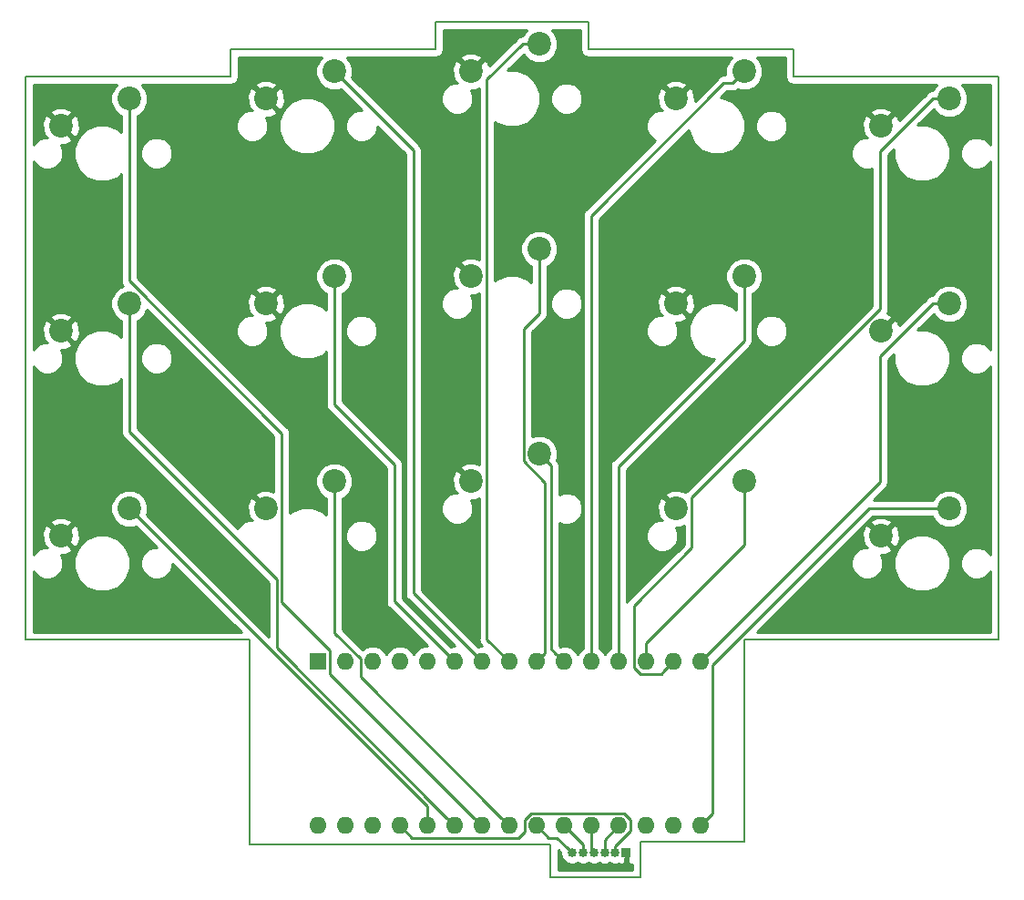
<source format=gbr>
%TF.GenerationSoftware,KiCad,Pcbnew,5.0.1-33cea8e~68~ubuntu18.04.1*%
%TF.CreationDate,2019-01-20T23:44:27+01:00*%
%TF.ProjectId,concertina-v2.1,636F6E63657274696E612D76322E312E,rev?*%
%TF.SameCoordinates,Original*%
%TF.FileFunction,Copper,L1,Top,Signal*%
%TF.FilePolarity,Positive*%
%FSLAX46Y46*%
G04 Gerber Fmt 4.6, Leading zero omitted, Abs format (unit mm)*
G04 Created by KiCad (PCBNEW 5.0.1-33cea8e~68~ubuntu18.04.1) date dim. 20 janv. 2019 23:44:27 CET*
%MOMM*%
%LPD*%
G01*
G04 APERTURE LIST*
%ADD10C,0.200000*%
%ADD11C,2.200000*%
%ADD12R,1.600000X1.600000*%
%ADD13O,1.600000X1.600000*%
%ADD14R,0.850000X0.850000*%
%ADD15O,0.850000X0.850000*%
%ADD16C,0.250000*%
%ADD17C,0.254000*%
G04 APERTURE END LIST*
D10*
X172212000Y-109220000D02*
X172212000Y-56896000D01*
X193040000Y-109220000D02*
X172212000Y-109220000D01*
X193040000Y-128270000D02*
X193040000Y-109220000D01*
X220980000Y-128270000D02*
X193040000Y-128270000D01*
X220980000Y-131318000D02*
X220980000Y-128270000D01*
X229362000Y-131318000D02*
X220980000Y-131318000D01*
X229362000Y-128016000D02*
X229362000Y-131318000D01*
X239014000Y-128016000D02*
X229362000Y-128016000D01*
X239014000Y-109220000D02*
X239014000Y-128016000D01*
X262636000Y-109220000D02*
X239014000Y-109220000D01*
X262636000Y-56896000D02*
X262636000Y-109220000D01*
X243586000Y-56896000D02*
X262636000Y-56896000D01*
X243586000Y-54356000D02*
X243586000Y-56896000D01*
X224536000Y-54356000D02*
X243586000Y-54356000D01*
X224536000Y-51816000D02*
X224536000Y-54356000D01*
X210312000Y-51816000D02*
X224536000Y-51816000D01*
X210312000Y-54356000D02*
X210312000Y-51816000D01*
X191262000Y-54356000D02*
X210312000Y-54356000D01*
X191262000Y-56896000D02*
X191262000Y-54356000D01*
X172212000Y-56896000D02*
X191262000Y-56896000D01*
D11*
X251714000Y-61468000D03*
X258064000Y-58928000D03*
D12*
X199390000Y-111252000D03*
D13*
X232410000Y-126492000D03*
X201930000Y-111252000D03*
X229870000Y-126492000D03*
X204470000Y-111252000D03*
X227330000Y-126492000D03*
X207010000Y-111252000D03*
X224790000Y-126492000D03*
X209550000Y-111252000D03*
X222250000Y-126492000D03*
X212090000Y-111252000D03*
X219710000Y-126492000D03*
X214630000Y-111252000D03*
X217170000Y-126492000D03*
X217170000Y-111252000D03*
X214630000Y-126492000D03*
X219710000Y-111252000D03*
X212090000Y-126492000D03*
X222250000Y-111252000D03*
X209550000Y-126492000D03*
X224790000Y-111252000D03*
X207010000Y-126492000D03*
X227330000Y-111252000D03*
X204470000Y-126492000D03*
X229870000Y-111252000D03*
X201930000Y-126492000D03*
X232410000Y-111252000D03*
X199390000Y-126492000D03*
X234950000Y-111252000D03*
X234950000Y-126492000D03*
D14*
X228028000Y-129032000D03*
D15*
X227028000Y-129032000D03*
X226028000Y-129032000D03*
X225028000Y-129032000D03*
X224028000Y-129032000D03*
X223028000Y-129032000D03*
D11*
X200914000Y-75438000D03*
X194564000Y-77978000D03*
X194564000Y-58928000D03*
X200914000Y-56388000D03*
X219964000Y-53848000D03*
X213614000Y-56388000D03*
X213614000Y-75438000D03*
X219964000Y-72898000D03*
X219964000Y-91948000D03*
X213614000Y-94488000D03*
X232664000Y-58928000D03*
X239014000Y-56388000D03*
X239014000Y-75438000D03*
X232664000Y-77978000D03*
X239014000Y-94488000D03*
X232664000Y-97028000D03*
X181864000Y-58928000D03*
X175514000Y-61468000D03*
X181864000Y-77978000D03*
X175514000Y-80518000D03*
X175514000Y-99568000D03*
X181864000Y-97028000D03*
X194564000Y-97028000D03*
X200914000Y-94488000D03*
X251714000Y-99568000D03*
X258064000Y-97028000D03*
X258064000Y-77978000D03*
X251714000Y-80518000D03*
D16*
X226028000Y-127794000D02*
X226028000Y-129032000D01*
X227330000Y-126492000D02*
X226028000Y-127794000D01*
X224790000Y-128794000D02*
X225028000Y-129032000D01*
X224790000Y-126492000D02*
X224790000Y-128794000D01*
X224028000Y-128270000D02*
X224028000Y-129032000D01*
X222250000Y-126492000D02*
X224028000Y-128270000D01*
X200914000Y-87337002D02*
X206502000Y-92925002D01*
X200914000Y-75438000D02*
X200914000Y-87337002D01*
X206502000Y-105664000D02*
X212090000Y-111252000D01*
X206502000Y-92925002D02*
X206502000Y-105664000D01*
X222603001Y-128607001D02*
X223028000Y-129032000D01*
X221613001Y-127617001D02*
X222603001Y-128607001D01*
X220835001Y-127617001D02*
X221613001Y-127617001D01*
X219710000Y-126492000D02*
X220835001Y-127617001D01*
X200914000Y-56388000D02*
X208280000Y-63754000D01*
X208280000Y-104902000D02*
X214630000Y-111252000D01*
X208280000Y-63754000D02*
X208280000Y-104902000D01*
X203344999Y-112666999D02*
X216370001Y-125692001D01*
X216370001Y-125692001D02*
X217170000Y-126492000D01*
X203344999Y-111001997D02*
X203344999Y-112666999D01*
X200914000Y-108570998D02*
X203344999Y-111001997D01*
X200914000Y-94488000D02*
X200914000Y-108570998D01*
X218408366Y-53848000D02*
X219964000Y-53848000D01*
X215098999Y-57157367D02*
X218408366Y-53848000D01*
X215098999Y-109180999D02*
X215098999Y-57157367D01*
X217170000Y-111252000D02*
X215098999Y-109180999D01*
X200515001Y-112377001D02*
X213830001Y-125692001D01*
X200515001Y-110191999D02*
X200515001Y-112377001D01*
X196030010Y-105707008D02*
X200515001Y-110191999D01*
X196030010Y-90035008D02*
X196030010Y-105707008D01*
X213830001Y-125692001D02*
X214630000Y-126492000D01*
X181864000Y-75868998D02*
X196030010Y-90035008D01*
X181864000Y-58928000D02*
X181864000Y-75868998D01*
X219964000Y-78878000D02*
X219964000Y-74453634D01*
X218538999Y-80303001D02*
X219964000Y-78878000D01*
X218538999Y-92632001D02*
X218538999Y-80303001D01*
X220509999Y-94603001D02*
X218538999Y-92632001D01*
X220509999Y-110452001D02*
X220509999Y-94603001D01*
X219964000Y-74453634D02*
X219964000Y-72898000D01*
X219710000Y-111252000D02*
X220509999Y-110452001D01*
X195580000Y-109982000D02*
X211290001Y-125692001D01*
X195580000Y-103593002D02*
X195580000Y-109982000D01*
X211290001Y-125692001D02*
X212090000Y-126492000D01*
X181864000Y-89877002D02*
X195580000Y-103593002D01*
X181864000Y-77978000D02*
X181864000Y-89877002D01*
X221450001Y-110452001D02*
X222250000Y-111252000D01*
X221063999Y-110065999D02*
X221450001Y-110452001D01*
X221063999Y-93047999D02*
X221063999Y-110065999D01*
X219964000Y-91948000D02*
X221063999Y-93047999D01*
X209550000Y-124714000D02*
X209550000Y-126492000D01*
X181864000Y-97028000D02*
X209550000Y-124714000D01*
X237914001Y-57487999D02*
X239014000Y-56388000D01*
X237113003Y-57487999D02*
X237914001Y-57487999D01*
X224790000Y-69811002D02*
X237113003Y-57487999D01*
X224790000Y-111252000D02*
X224790000Y-69811002D01*
X227028000Y-128430960D02*
X227028000Y-129032000D01*
X227028000Y-128422000D02*
X227028000Y-128430960D01*
X228455001Y-125951999D02*
X228455001Y-126994999D01*
X227870001Y-125366999D02*
X228455001Y-125951999D01*
X219169999Y-125366999D02*
X227870001Y-125366999D01*
X218584999Y-125951999D02*
X219169999Y-125366999D01*
X228455001Y-126994999D02*
X227028000Y-128422000D01*
X217999999Y-127617001D02*
X218584999Y-127032001D01*
X208135001Y-127617001D02*
X217999999Y-127617001D01*
X218584999Y-127032001D02*
X218584999Y-125951999D01*
X207010000Y-126492000D02*
X208135001Y-127617001D01*
X227330000Y-110120630D02*
X227330000Y-111252000D01*
X227330000Y-93103002D02*
X227330000Y-110120630D01*
X239014000Y-81419002D02*
X227330000Y-93103002D01*
X239014000Y-75438000D02*
X239014000Y-81419002D01*
X239014000Y-96043634D02*
X239014000Y-94488000D01*
X239014000Y-100368998D02*
X239014000Y-96043634D01*
X229870000Y-109512998D02*
X239014000Y-100368998D01*
X229870000Y-111252000D02*
X229870000Y-109512998D01*
X229329999Y-112377001D02*
X231284999Y-112377001D01*
X228744999Y-111792001D02*
X229329999Y-112377001D01*
X228744999Y-106088001D02*
X228744999Y-111792001D01*
X234148999Y-100684001D02*
X228744999Y-106088001D01*
X231284999Y-112377001D02*
X231610001Y-112051999D01*
X234148999Y-95973999D02*
X234148999Y-100684001D01*
X231610001Y-112051999D02*
X232410000Y-111252000D01*
X251619001Y-78503997D02*
X234148999Y-95973999D01*
X251619001Y-63817365D02*
X251619001Y-78503997D01*
X256508366Y-58928000D02*
X251619001Y-63817365D01*
X258064000Y-58928000D02*
X256508366Y-58928000D01*
X235749999Y-110452001D02*
X234950000Y-111252000D01*
X251619001Y-94582999D02*
X235749999Y-110452001D01*
X251619001Y-82867365D02*
X251619001Y-94582999D01*
X256508366Y-77978000D02*
X251619001Y-82867365D01*
X258064000Y-77978000D02*
X256508366Y-77978000D01*
X235749999Y-125692001D02*
X234950000Y-126492000D01*
X236075001Y-125366999D02*
X235749999Y-125692001D01*
X236075001Y-111557945D02*
X236075001Y-125366999D01*
X250604946Y-97028000D02*
X236075001Y-111557945D01*
X258064000Y-97028000D02*
X250604946Y-97028000D01*
D17*
G36*
X221948223Y-129027026D02*
X221947234Y-129032000D01*
X222029502Y-129445591D01*
X222263783Y-129796217D01*
X222614409Y-130030498D01*
X222923602Y-130092000D01*
X223132398Y-130092000D01*
X223441591Y-130030498D01*
X223528000Y-129972761D01*
X223614409Y-130030498D01*
X223923602Y-130092000D01*
X224132398Y-130092000D01*
X224441591Y-130030498D01*
X224528000Y-129972761D01*
X224614409Y-130030498D01*
X224923602Y-130092000D01*
X225132398Y-130092000D01*
X225441591Y-130030498D01*
X225528000Y-129972761D01*
X225614409Y-130030498D01*
X225923602Y-130092000D01*
X226132398Y-130092000D01*
X226441591Y-130030498D01*
X226528000Y-129972761D01*
X226614409Y-130030498D01*
X226923602Y-130092000D01*
X227132398Y-130092000D01*
X227364994Y-130045734D01*
X227476690Y-130092000D01*
X227742250Y-130092000D01*
X227901000Y-129933250D01*
X227901000Y-129633412D01*
X228026498Y-129445591D01*
X228108766Y-129032000D01*
X228079526Y-128885000D01*
X228155000Y-128885000D01*
X228155000Y-128905000D01*
X228175000Y-128905000D01*
X228175000Y-129159000D01*
X228155000Y-129159000D01*
X228155000Y-129933250D01*
X228313750Y-130092000D01*
X228579310Y-130092000D01*
X228627001Y-130072246D01*
X228627001Y-130583000D01*
X221715000Y-130583000D01*
X221715000Y-128793802D01*
X221948223Y-129027026D01*
X221948223Y-129027026D01*
G37*
X221948223Y-129027026D02*
X221947234Y-129032000D01*
X222029502Y-129445591D01*
X222263783Y-129796217D01*
X222614409Y-130030498D01*
X222923602Y-130092000D01*
X223132398Y-130092000D01*
X223441591Y-130030498D01*
X223528000Y-129972761D01*
X223614409Y-130030498D01*
X223923602Y-130092000D01*
X224132398Y-130092000D01*
X224441591Y-130030498D01*
X224528000Y-129972761D01*
X224614409Y-130030498D01*
X224923602Y-130092000D01*
X225132398Y-130092000D01*
X225441591Y-130030498D01*
X225528000Y-129972761D01*
X225614409Y-130030498D01*
X225923602Y-130092000D01*
X226132398Y-130092000D01*
X226441591Y-130030498D01*
X226528000Y-129972761D01*
X226614409Y-130030498D01*
X226923602Y-130092000D01*
X227132398Y-130092000D01*
X227364994Y-130045734D01*
X227476690Y-130092000D01*
X227742250Y-130092000D01*
X227901000Y-129933250D01*
X227901000Y-129633412D01*
X228026498Y-129445591D01*
X228108766Y-129032000D01*
X228079526Y-128885000D01*
X228155000Y-128885000D01*
X228155000Y-128905000D01*
X228175000Y-128905000D01*
X228175000Y-129159000D01*
X228155000Y-129159000D01*
X228155000Y-129933250D01*
X228313750Y-130092000D01*
X228579310Y-130092000D01*
X228627001Y-130072246D01*
X228627001Y-130583000D01*
X221715000Y-130583000D01*
X221715000Y-128793802D01*
X221948223Y-129027026D01*
G36*
X199443138Y-55405201D02*
X199179000Y-56042887D01*
X199179000Y-56733113D01*
X199443138Y-57370799D01*
X199931201Y-57858862D01*
X200568887Y-58123000D01*
X201259113Y-58123000D01*
X201481912Y-58030714D01*
X203434199Y-59983000D01*
X203158615Y-59983000D01*
X202612815Y-60209078D01*
X202195078Y-60626815D01*
X201969000Y-61172615D01*
X201969000Y-61763385D01*
X202195078Y-62309185D01*
X202612815Y-62726922D01*
X203158615Y-62953000D01*
X203749385Y-62953000D01*
X204295185Y-62726922D01*
X204712922Y-62309185D01*
X204939000Y-61763385D01*
X204939000Y-61487802D01*
X207520000Y-64068802D01*
X207520001Y-104827148D01*
X207505112Y-104902000D01*
X207564097Y-105198537D01*
X207640654Y-105313112D01*
X207732072Y-105449929D01*
X207795528Y-105492329D01*
X212120198Y-109817000D01*
X211948667Y-109817000D01*
X211766115Y-109853312D01*
X207262000Y-105349199D01*
X207262000Y-92999848D01*
X207276888Y-92925001D01*
X207262000Y-92850154D01*
X207262000Y-92850150D01*
X207217904Y-92628465D01*
X207132113Y-92500070D01*
X207092329Y-92440528D01*
X207092327Y-92440526D01*
X207049929Y-92377073D01*
X206986476Y-92334675D01*
X201674000Y-87022201D01*
X201674000Y-80222615D01*
X201969000Y-80222615D01*
X201969000Y-80813385D01*
X202195078Y-81359185D01*
X202612815Y-81776922D01*
X203158615Y-82003000D01*
X203749385Y-82003000D01*
X204295185Y-81776922D01*
X204712922Y-81359185D01*
X204939000Y-80813385D01*
X204939000Y-80222615D01*
X204712922Y-79676815D01*
X204295185Y-79259078D01*
X203749385Y-79033000D01*
X203158615Y-79033000D01*
X202612815Y-79259078D01*
X202195078Y-79676815D01*
X201969000Y-80222615D01*
X201674000Y-80222615D01*
X201674000Y-77001148D01*
X201896799Y-76908862D01*
X202384862Y-76420799D01*
X202649000Y-75783113D01*
X202649000Y-75092887D01*
X202384862Y-74455201D01*
X201896799Y-73967138D01*
X201259113Y-73703000D01*
X200568887Y-73703000D01*
X199931201Y-73967138D01*
X199443138Y-74455201D01*
X199179000Y-75092887D01*
X199179000Y-75783113D01*
X199443138Y-76420799D01*
X199931201Y-76908862D01*
X200154000Y-77001148D01*
X200154000Y-78571547D01*
X199866608Y-78284155D01*
X198898134Y-77883000D01*
X197849866Y-77883000D01*
X196881392Y-78284155D01*
X196140155Y-79025392D01*
X195739000Y-79993866D01*
X195739000Y-81042134D01*
X196140155Y-82010608D01*
X196881392Y-82751845D01*
X197849866Y-83153000D01*
X198898134Y-83153000D01*
X199866608Y-82751845D01*
X200154001Y-82464452D01*
X200154001Y-87262150D01*
X200139112Y-87337002D01*
X200154001Y-87411854D01*
X200198097Y-87633539D01*
X200366072Y-87884931D01*
X200429528Y-87927331D01*
X205742000Y-93239805D01*
X205742001Y-105589148D01*
X205727112Y-105664000D01*
X205742001Y-105738852D01*
X205786097Y-105960537D01*
X205954072Y-106211929D01*
X206017528Y-106254329D01*
X209580198Y-109817000D01*
X209408667Y-109817000D01*
X208990091Y-109900260D01*
X208515423Y-110217423D01*
X208280000Y-110569758D01*
X208044577Y-110217423D01*
X207569909Y-109900260D01*
X207151333Y-109817000D01*
X206868667Y-109817000D01*
X206450091Y-109900260D01*
X205975423Y-110217423D01*
X205740000Y-110569758D01*
X205504577Y-110217423D01*
X205029909Y-109900260D01*
X204611333Y-109817000D01*
X204328667Y-109817000D01*
X203910091Y-109900260D01*
X203555197Y-110137393D01*
X201674000Y-108256197D01*
X201674000Y-99272615D01*
X201969000Y-99272615D01*
X201969000Y-99863385D01*
X202195078Y-100409185D01*
X202612815Y-100826922D01*
X203158615Y-101053000D01*
X203749385Y-101053000D01*
X204295185Y-100826922D01*
X204712922Y-100409185D01*
X204939000Y-99863385D01*
X204939000Y-99272615D01*
X204712922Y-98726815D01*
X204295185Y-98309078D01*
X203749385Y-98083000D01*
X203158615Y-98083000D01*
X202612815Y-98309078D01*
X202195078Y-98726815D01*
X201969000Y-99272615D01*
X201674000Y-99272615D01*
X201674000Y-96051148D01*
X201896799Y-95958862D01*
X202384862Y-95470799D01*
X202649000Y-94833113D01*
X202649000Y-94142887D01*
X202384862Y-93505201D01*
X201896799Y-93017138D01*
X201259113Y-92753000D01*
X200568887Y-92753000D01*
X199931201Y-93017138D01*
X199443138Y-93505201D01*
X199179000Y-94142887D01*
X199179000Y-94833113D01*
X199443138Y-95470799D01*
X199931201Y-95958862D01*
X200154000Y-96051148D01*
X200154000Y-97621547D01*
X199866608Y-97334155D01*
X198898134Y-96933000D01*
X197849866Y-96933000D01*
X196881392Y-97334155D01*
X196790010Y-97425537D01*
X196790010Y-90109854D01*
X196804898Y-90035007D01*
X196790010Y-89960160D01*
X196790010Y-89960156D01*
X196745914Y-89738471D01*
X196640338Y-89580465D01*
X196620339Y-89550534D01*
X196620337Y-89550532D01*
X196577939Y-89487079D01*
X196514486Y-89444681D01*
X187292419Y-80222615D01*
X191809000Y-80222615D01*
X191809000Y-80813385D01*
X192035078Y-81359185D01*
X192452815Y-81776922D01*
X192998615Y-82003000D01*
X193589385Y-82003000D01*
X194135185Y-81776922D01*
X194552922Y-81359185D01*
X194779000Y-80813385D01*
X194779000Y-80222615D01*
X194568235Y-79713784D01*
X194965453Y-79700836D01*
X195498359Y-79480099D01*
X195609263Y-79202868D01*
X194564000Y-78157605D01*
X194549858Y-78171748D01*
X194370253Y-77992143D01*
X194384395Y-77978000D01*
X194743605Y-77978000D01*
X195788868Y-79023263D01*
X196066099Y-78912359D01*
X196309323Y-78266407D01*
X196286836Y-77576547D01*
X196066099Y-77043641D01*
X195788868Y-76932737D01*
X194743605Y-77978000D01*
X194384395Y-77978000D01*
X193339132Y-76932737D01*
X193061901Y-77043641D01*
X192818677Y-77689593D01*
X192841164Y-78379453D01*
X193061901Y-78912359D01*
X193339130Y-79023262D01*
X193329392Y-79033000D01*
X192998615Y-79033000D01*
X192452815Y-79259078D01*
X192035078Y-79676815D01*
X191809000Y-80222615D01*
X187292419Y-80222615D01*
X183822936Y-76753132D01*
X193518737Y-76753132D01*
X194564000Y-77798395D01*
X195609263Y-76753132D01*
X195498359Y-76475901D01*
X194852407Y-76232677D01*
X194162547Y-76255164D01*
X193629641Y-76475901D01*
X193518737Y-76753132D01*
X183822936Y-76753132D01*
X182624000Y-75554197D01*
X182624000Y-63712615D01*
X182919000Y-63712615D01*
X182919000Y-64303385D01*
X183145078Y-64849185D01*
X183562815Y-65266922D01*
X184108615Y-65493000D01*
X184699385Y-65493000D01*
X185245185Y-65266922D01*
X185662922Y-64849185D01*
X185889000Y-64303385D01*
X185889000Y-63712615D01*
X185662922Y-63166815D01*
X185245185Y-62749078D01*
X184699385Y-62523000D01*
X184108615Y-62523000D01*
X183562815Y-62749078D01*
X183145078Y-63166815D01*
X182919000Y-63712615D01*
X182624000Y-63712615D01*
X182624000Y-61172615D01*
X191809000Y-61172615D01*
X191809000Y-61763385D01*
X192035078Y-62309185D01*
X192452815Y-62726922D01*
X192998615Y-62953000D01*
X193589385Y-62953000D01*
X194135185Y-62726922D01*
X194552922Y-62309185D01*
X194779000Y-61763385D01*
X194779000Y-61172615D01*
X194684249Y-60943866D01*
X195739000Y-60943866D01*
X195739000Y-61992134D01*
X196140155Y-62960608D01*
X196881392Y-63701845D01*
X197849866Y-64103000D01*
X198898134Y-64103000D01*
X199866608Y-63701845D01*
X200607845Y-62960608D01*
X201009000Y-61992134D01*
X201009000Y-60943866D01*
X200607845Y-59975392D01*
X199866608Y-59234155D01*
X198898134Y-58833000D01*
X197849866Y-58833000D01*
X196881392Y-59234155D01*
X196140155Y-59975392D01*
X195739000Y-60943866D01*
X194684249Y-60943866D01*
X194568235Y-60663784D01*
X194965453Y-60650836D01*
X195498359Y-60430099D01*
X195609263Y-60152868D01*
X194564000Y-59107605D01*
X194549858Y-59121748D01*
X194370253Y-58942143D01*
X194384395Y-58928000D01*
X194743605Y-58928000D01*
X195788868Y-59973263D01*
X196066099Y-59862359D01*
X196309323Y-59216407D01*
X196286836Y-58526547D01*
X196066099Y-57993641D01*
X195788868Y-57882737D01*
X194743605Y-58928000D01*
X194384395Y-58928000D01*
X193339132Y-57882737D01*
X193061901Y-57993641D01*
X192818677Y-58639593D01*
X192841164Y-59329453D01*
X193061901Y-59862359D01*
X193339130Y-59973262D01*
X193329392Y-59983000D01*
X192998615Y-59983000D01*
X192452815Y-60209078D01*
X192035078Y-60626815D01*
X191809000Y-61172615D01*
X182624000Y-61172615D01*
X182624000Y-60491148D01*
X182846799Y-60398862D01*
X183334862Y-59910799D01*
X183599000Y-59273113D01*
X183599000Y-58582887D01*
X183334862Y-57945201D01*
X183092793Y-57703132D01*
X193518737Y-57703132D01*
X194564000Y-58748395D01*
X195609263Y-57703132D01*
X195498359Y-57425901D01*
X194852407Y-57182677D01*
X194162547Y-57205164D01*
X193629641Y-57425901D01*
X193518737Y-57703132D01*
X183092793Y-57703132D01*
X183020661Y-57631000D01*
X191189612Y-57631000D01*
X191262000Y-57645399D01*
X191334388Y-57631000D01*
X191548783Y-57588354D01*
X191791905Y-57425905D01*
X191954354Y-57182783D01*
X192011399Y-56896000D01*
X191997000Y-56823612D01*
X191997000Y-55091000D01*
X199757339Y-55091000D01*
X199443138Y-55405201D01*
X199443138Y-55405201D01*
G37*
X199443138Y-55405201D02*
X199179000Y-56042887D01*
X199179000Y-56733113D01*
X199443138Y-57370799D01*
X199931201Y-57858862D01*
X200568887Y-58123000D01*
X201259113Y-58123000D01*
X201481912Y-58030714D01*
X203434199Y-59983000D01*
X203158615Y-59983000D01*
X202612815Y-60209078D01*
X202195078Y-60626815D01*
X201969000Y-61172615D01*
X201969000Y-61763385D01*
X202195078Y-62309185D01*
X202612815Y-62726922D01*
X203158615Y-62953000D01*
X203749385Y-62953000D01*
X204295185Y-62726922D01*
X204712922Y-62309185D01*
X204939000Y-61763385D01*
X204939000Y-61487802D01*
X207520000Y-64068802D01*
X207520001Y-104827148D01*
X207505112Y-104902000D01*
X207564097Y-105198537D01*
X207640654Y-105313112D01*
X207732072Y-105449929D01*
X207795528Y-105492329D01*
X212120198Y-109817000D01*
X211948667Y-109817000D01*
X211766115Y-109853312D01*
X207262000Y-105349199D01*
X207262000Y-92999848D01*
X207276888Y-92925001D01*
X207262000Y-92850154D01*
X207262000Y-92850150D01*
X207217904Y-92628465D01*
X207132113Y-92500070D01*
X207092329Y-92440528D01*
X207092327Y-92440526D01*
X207049929Y-92377073D01*
X206986476Y-92334675D01*
X201674000Y-87022201D01*
X201674000Y-80222615D01*
X201969000Y-80222615D01*
X201969000Y-80813385D01*
X202195078Y-81359185D01*
X202612815Y-81776922D01*
X203158615Y-82003000D01*
X203749385Y-82003000D01*
X204295185Y-81776922D01*
X204712922Y-81359185D01*
X204939000Y-80813385D01*
X204939000Y-80222615D01*
X204712922Y-79676815D01*
X204295185Y-79259078D01*
X203749385Y-79033000D01*
X203158615Y-79033000D01*
X202612815Y-79259078D01*
X202195078Y-79676815D01*
X201969000Y-80222615D01*
X201674000Y-80222615D01*
X201674000Y-77001148D01*
X201896799Y-76908862D01*
X202384862Y-76420799D01*
X202649000Y-75783113D01*
X202649000Y-75092887D01*
X202384862Y-74455201D01*
X201896799Y-73967138D01*
X201259113Y-73703000D01*
X200568887Y-73703000D01*
X199931201Y-73967138D01*
X199443138Y-74455201D01*
X199179000Y-75092887D01*
X199179000Y-75783113D01*
X199443138Y-76420799D01*
X199931201Y-76908862D01*
X200154000Y-77001148D01*
X200154000Y-78571547D01*
X199866608Y-78284155D01*
X198898134Y-77883000D01*
X197849866Y-77883000D01*
X196881392Y-78284155D01*
X196140155Y-79025392D01*
X195739000Y-79993866D01*
X195739000Y-81042134D01*
X196140155Y-82010608D01*
X196881392Y-82751845D01*
X197849866Y-83153000D01*
X198898134Y-83153000D01*
X199866608Y-82751845D01*
X200154001Y-82464452D01*
X200154001Y-87262150D01*
X200139112Y-87337002D01*
X200154001Y-87411854D01*
X200198097Y-87633539D01*
X200366072Y-87884931D01*
X200429528Y-87927331D01*
X205742000Y-93239805D01*
X205742001Y-105589148D01*
X205727112Y-105664000D01*
X205742001Y-105738852D01*
X205786097Y-105960537D01*
X205954072Y-106211929D01*
X206017528Y-106254329D01*
X209580198Y-109817000D01*
X209408667Y-109817000D01*
X208990091Y-109900260D01*
X208515423Y-110217423D01*
X208280000Y-110569758D01*
X208044577Y-110217423D01*
X207569909Y-109900260D01*
X207151333Y-109817000D01*
X206868667Y-109817000D01*
X206450091Y-109900260D01*
X205975423Y-110217423D01*
X205740000Y-110569758D01*
X205504577Y-110217423D01*
X205029909Y-109900260D01*
X204611333Y-109817000D01*
X204328667Y-109817000D01*
X203910091Y-109900260D01*
X203555197Y-110137393D01*
X201674000Y-108256197D01*
X201674000Y-99272615D01*
X201969000Y-99272615D01*
X201969000Y-99863385D01*
X202195078Y-100409185D01*
X202612815Y-100826922D01*
X203158615Y-101053000D01*
X203749385Y-101053000D01*
X204295185Y-100826922D01*
X204712922Y-100409185D01*
X204939000Y-99863385D01*
X204939000Y-99272615D01*
X204712922Y-98726815D01*
X204295185Y-98309078D01*
X203749385Y-98083000D01*
X203158615Y-98083000D01*
X202612815Y-98309078D01*
X202195078Y-98726815D01*
X201969000Y-99272615D01*
X201674000Y-99272615D01*
X201674000Y-96051148D01*
X201896799Y-95958862D01*
X202384862Y-95470799D01*
X202649000Y-94833113D01*
X202649000Y-94142887D01*
X202384862Y-93505201D01*
X201896799Y-93017138D01*
X201259113Y-92753000D01*
X200568887Y-92753000D01*
X199931201Y-93017138D01*
X199443138Y-93505201D01*
X199179000Y-94142887D01*
X199179000Y-94833113D01*
X199443138Y-95470799D01*
X199931201Y-95958862D01*
X200154000Y-96051148D01*
X200154000Y-97621547D01*
X199866608Y-97334155D01*
X198898134Y-96933000D01*
X197849866Y-96933000D01*
X196881392Y-97334155D01*
X196790010Y-97425537D01*
X196790010Y-90109854D01*
X196804898Y-90035007D01*
X196790010Y-89960160D01*
X196790010Y-89960156D01*
X196745914Y-89738471D01*
X196640338Y-89580465D01*
X196620339Y-89550534D01*
X196620337Y-89550532D01*
X196577939Y-89487079D01*
X196514486Y-89444681D01*
X187292419Y-80222615D01*
X191809000Y-80222615D01*
X191809000Y-80813385D01*
X192035078Y-81359185D01*
X192452815Y-81776922D01*
X192998615Y-82003000D01*
X193589385Y-82003000D01*
X194135185Y-81776922D01*
X194552922Y-81359185D01*
X194779000Y-80813385D01*
X194779000Y-80222615D01*
X194568235Y-79713784D01*
X194965453Y-79700836D01*
X195498359Y-79480099D01*
X195609263Y-79202868D01*
X194564000Y-78157605D01*
X194549858Y-78171748D01*
X194370253Y-77992143D01*
X194384395Y-77978000D01*
X194743605Y-77978000D01*
X195788868Y-79023263D01*
X196066099Y-78912359D01*
X196309323Y-78266407D01*
X196286836Y-77576547D01*
X196066099Y-77043641D01*
X195788868Y-76932737D01*
X194743605Y-77978000D01*
X194384395Y-77978000D01*
X193339132Y-76932737D01*
X193061901Y-77043641D01*
X192818677Y-77689593D01*
X192841164Y-78379453D01*
X193061901Y-78912359D01*
X193339130Y-79023262D01*
X193329392Y-79033000D01*
X192998615Y-79033000D01*
X192452815Y-79259078D01*
X192035078Y-79676815D01*
X191809000Y-80222615D01*
X187292419Y-80222615D01*
X183822936Y-76753132D01*
X193518737Y-76753132D01*
X194564000Y-77798395D01*
X195609263Y-76753132D01*
X195498359Y-76475901D01*
X194852407Y-76232677D01*
X194162547Y-76255164D01*
X193629641Y-76475901D01*
X193518737Y-76753132D01*
X183822936Y-76753132D01*
X182624000Y-75554197D01*
X182624000Y-63712615D01*
X182919000Y-63712615D01*
X182919000Y-64303385D01*
X183145078Y-64849185D01*
X183562815Y-65266922D01*
X184108615Y-65493000D01*
X184699385Y-65493000D01*
X185245185Y-65266922D01*
X185662922Y-64849185D01*
X185889000Y-64303385D01*
X185889000Y-63712615D01*
X185662922Y-63166815D01*
X185245185Y-62749078D01*
X184699385Y-62523000D01*
X184108615Y-62523000D01*
X183562815Y-62749078D01*
X183145078Y-63166815D01*
X182919000Y-63712615D01*
X182624000Y-63712615D01*
X182624000Y-61172615D01*
X191809000Y-61172615D01*
X191809000Y-61763385D01*
X192035078Y-62309185D01*
X192452815Y-62726922D01*
X192998615Y-62953000D01*
X193589385Y-62953000D01*
X194135185Y-62726922D01*
X194552922Y-62309185D01*
X194779000Y-61763385D01*
X194779000Y-61172615D01*
X194684249Y-60943866D01*
X195739000Y-60943866D01*
X195739000Y-61992134D01*
X196140155Y-62960608D01*
X196881392Y-63701845D01*
X197849866Y-64103000D01*
X198898134Y-64103000D01*
X199866608Y-63701845D01*
X200607845Y-62960608D01*
X201009000Y-61992134D01*
X201009000Y-60943866D01*
X200607845Y-59975392D01*
X199866608Y-59234155D01*
X198898134Y-58833000D01*
X197849866Y-58833000D01*
X196881392Y-59234155D01*
X196140155Y-59975392D01*
X195739000Y-60943866D01*
X194684249Y-60943866D01*
X194568235Y-60663784D01*
X194965453Y-60650836D01*
X195498359Y-60430099D01*
X195609263Y-60152868D01*
X194564000Y-59107605D01*
X194549858Y-59121748D01*
X194370253Y-58942143D01*
X194384395Y-58928000D01*
X194743605Y-58928000D01*
X195788868Y-59973263D01*
X196066099Y-59862359D01*
X196309323Y-59216407D01*
X196286836Y-58526547D01*
X196066099Y-57993641D01*
X195788868Y-57882737D01*
X194743605Y-58928000D01*
X194384395Y-58928000D01*
X193339132Y-57882737D01*
X193061901Y-57993641D01*
X192818677Y-58639593D01*
X192841164Y-59329453D01*
X193061901Y-59862359D01*
X193339130Y-59973262D01*
X193329392Y-59983000D01*
X192998615Y-59983000D01*
X192452815Y-60209078D01*
X192035078Y-60626815D01*
X191809000Y-61172615D01*
X182624000Y-61172615D01*
X182624000Y-60491148D01*
X182846799Y-60398862D01*
X183334862Y-59910799D01*
X183599000Y-59273113D01*
X183599000Y-58582887D01*
X183334862Y-57945201D01*
X183092793Y-57703132D01*
X193518737Y-57703132D01*
X194564000Y-58748395D01*
X195609263Y-57703132D01*
X195498359Y-57425901D01*
X194852407Y-57182677D01*
X194162547Y-57205164D01*
X193629641Y-57425901D01*
X193518737Y-57703132D01*
X183092793Y-57703132D01*
X183020661Y-57631000D01*
X191189612Y-57631000D01*
X191262000Y-57645399D01*
X191334388Y-57631000D01*
X191548783Y-57588354D01*
X191791905Y-57425905D01*
X191954354Y-57182783D01*
X192011399Y-56896000D01*
X191997000Y-56823612D01*
X191997000Y-55091000D01*
X199757339Y-55091000D01*
X199443138Y-55405201D01*
G36*
X242851001Y-56823607D02*
X242836601Y-56896000D01*
X242893646Y-57182783D01*
X243056095Y-57425905D01*
X243299217Y-57588354D01*
X243513612Y-57631000D01*
X243586000Y-57645399D01*
X243658388Y-57631000D01*
X256907339Y-57631000D01*
X256593138Y-57945201D01*
X256506898Y-58153404D01*
X256433518Y-58168000D01*
X256433514Y-58168000D01*
X256211829Y-58212096D01*
X256149268Y-58253898D01*
X256023892Y-58337671D01*
X256023890Y-58337673D01*
X255960437Y-58380071D01*
X255918039Y-58443524D01*
X253395298Y-60966266D01*
X253216099Y-60533641D01*
X252938868Y-60422737D01*
X251893605Y-61468000D01*
X251907748Y-61482143D01*
X251728143Y-61661748D01*
X251714000Y-61647605D01*
X251699858Y-61661748D01*
X251520253Y-61482143D01*
X251534395Y-61468000D01*
X250489132Y-60422737D01*
X250211901Y-60533641D01*
X249968677Y-61179593D01*
X249991164Y-61869453D01*
X250211901Y-62402359D01*
X250489130Y-62513262D01*
X250479392Y-62523000D01*
X250148615Y-62523000D01*
X249602815Y-62749078D01*
X249185078Y-63166815D01*
X248959000Y-63712615D01*
X248959000Y-64303385D01*
X249185078Y-64849185D01*
X249602815Y-65266922D01*
X250148615Y-65493000D01*
X250739385Y-65493000D01*
X250859001Y-65443453D01*
X250859002Y-78189194D01*
X233664529Y-95383668D01*
X233601070Y-95426070D01*
X233547229Y-95506649D01*
X232952407Y-95282677D01*
X232262547Y-95305164D01*
X231729641Y-95525901D01*
X231618737Y-95803132D01*
X232664000Y-96848395D01*
X232678143Y-96834253D01*
X232857748Y-97013858D01*
X232843605Y-97028000D01*
X232857748Y-97042143D01*
X232678143Y-97221748D01*
X232664000Y-97207605D01*
X232649858Y-97221748D01*
X232470253Y-97042143D01*
X232484395Y-97028000D01*
X231439132Y-95982737D01*
X231161901Y-96093641D01*
X230918677Y-96739593D01*
X230941164Y-97429453D01*
X231161901Y-97962359D01*
X231439130Y-98073262D01*
X231429392Y-98083000D01*
X231098615Y-98083000D01*
X230552815Y-98309078D01*
X230135078Y-98726815D01*
X229909000Y-99272615D01*
X229909000Y-99863385D01*
X230135078Y-100409185D01*
X230552815Y-100826922D01*
X231098615Y-101053000D01*
X231689385Y-101053000D01*
X232235185Y-100826922D01*
X232652922Y-100409185D01*
X232879000Y-99863385D01*
X232879000Y-99272615D01*
X232668235Y-98763784D01*
X233065453Y-98750836D01*
X233389000Y-98616819D01*
X233389000Y-100369198D01*
X228260529Y-105497670D01*
X228197070Y-105540072D01*
X228090000Y-105700314D01*
X228090000Y-93417803D01*
X239498473Y-82009331D01*
X239561929Y-81966931D01*
X239729904Y-81715539D01*
X239774000Y-81493854D01*
X239774000Y-81493850D01*
X239788888Y-81419003D01*
X239774000Y-81344156D01*
X239774000Y-80222615D01*
X240069000Y-80222615D01*
X240069000Y-80813385D01*
X240295078Y-81359185D01*
X240712815Y-81776922D01*
X241258615Y-82003000D01*
X241849385Y-82003000D01*
X242395185Y-81776922D01*
X242812922Y-81359185D01*
X243039000Y-80813385D01*
X243039000Y-80222615D01*
X242812922Y-79676815D01*
X242395185Y-79259078D01*
X241849385Y-79033000D01*
X241258615Y-79033000D01*
X240712815Y-79259078D01*
X240295078Y-79676815D01*
X240069000Y-80222615D01*
X239774000Y-80222615D01*
X239774000Y-77001148D01*
X239996799Y-76908862D01*
X240484862Y-76420799D01*
X240749000Y-75783113D01*
X240749000Y-75092887D01*
X240484862Y-74455201D01*
X239996799Y-73967138D01*
X239359113Y-73703000D01*
X238668887Y-73703000D01*
X238031201Y-73967138D01*
X237543138Y-74455201D01*
X237279000Y-75092887D01*
X237279000Y-75783113D01*
X237543138Y-76420799D01*
X238031201Y-76908862D01*
X238254000Y-77001148D01*
X238254001Y-78571548D01*
X237966608Y-78284155D01*
X236998134Y-77883000D01*
X235949866Y-77883000D01*
X234981392Y-78284155D01*
X234240155Y-79025392D01*
X233839000Y-79993866D01*
X233839000Y-81042134D01*
X234240155Y-82010608D01*
X234981392Y-82751845D01*
X235949866Y-83153000D01*
X236205200Y-83153000D01*
X226845530Y-92512671D01*
X226782071Y-92555073D01*
X226614096Y-92806466D01*
X226570000Y-93028151D01*
X226570000Y-93028155D01*
X226555112Y-93103002D01*
X226570000Y-93177849D01*
X226570001Y-110033956D01*
X226295423Y-110217423D01*
X226060000Y-110569758D01*
X225824577Y-110217423D01*
X225550000Y-110033957D01*
X225550000Y-80222615D01*
X229909000Y-80222615D01*
X229909000Y-80813385D01*
X230135078Y-81359185D01*
X230552815Y-81776922D01*
X231098615Y-82003000D01*
X231689385Y-82003000D01*
X232235185Y-81776922D01*
X232652922Y-81359185D01*
X232879000Y-80813385D01*
X232879000Y-80222615D01*
X232668235Y-79713784D01*
X233065453Y-79700836D01*
X233598359Y-79480099D01*
X233709263Y-79202868D01*
X232664000Y-78157605D01*
X232649858Y-78171748D01*
X232470253Y-77992143D01*
X232484395Y-77978000D01*
X232843605Y-77978000D01*
X233888868Y-79023263D01*
X234166099Y-78912359D01*
X234409323Y-78266407D01*
X234386836Y-77576547D01*
X234166099Y-77043641D01*
X233888868Y-76932737D01*
X232843605Y-77978000D01*
X232484395Y-77978000D01*
X231439132Y-76932737D01*
X231161901Y-77043641D01*
X230918677Y-77689593D01*
X230941164Y-78379453D01*
X231161901Y-78912359D01*
X231439130Y-79023262D01*
X231429392Y-79033000D01*
X231098615Y-79033000D01*
X230552815Y-79259078D01*
X230135078Y-79676815D01*
X229909000Y-80222615D01*
X225550000Y-80222615D01*
X225550000Y-76753132D01*
X231618737Y-76753132D01*
X232664000Y-77798395D01*
X233709263Y-76753132D01*
X233598359Y-76475901D01*
X232952407Y-76232677D01*
X232262547Y-76255164D01*
X231729641Y-76475901D01*
X231618737Y-76753132D01*
X225550000Y-76753132D01*
X225550000Y-70125803D01*
X233839000Y-61836804D01*
X233839000Y-61992134D01*
X234240155Y-62960608D01*
X234981392Y-63701845D01*
X235949866Y-64103000D01*
X236998134Y-64103000D01*
X237966608Y-63701845D01*
X238707845Y-62960608D01*
X239109000Y-61992134D01*
X239109000Y-61172615D01*
X240069000Y-61172615D01*
X240069000Y-61763385D01*
X240295078Y-62309185D01*
X240712815Y-62726922D01*
X241258615Y-62953000D01*
X241849385Y-62953000D01*
X242395185Y-62726922D01*
X242812922Y-62309185D01*
X243039000Y-61763385D01*
X243039000Y-61172615D01*
X242812922Y-60626815D01*
X242429239Y-60243132D01*
X250668737Y-60243132D01*
X251714000Y-61288395D01*
X252759263Y-60243132D01*
X252648359Y-59965901D01*
X252002407Y-59722677D01*
X251312547Y-59745164D01*
X250779641Y-59965901D01*
X250668737Y-60243132D01*
X242429239Y-60243132D01*
X242395185Y-60209078D01*
X241849385Y-59983000D01*
X241258615Y-59983000D01*
X240712815Y-60209078D01*
X240295078Y-60626815D01*
X240069000Y-61172615D01*
X239109000Y-61172615D01*
X239109000Y-60943866D01*
X238707845Y-59975392D01*
X237966608Y-59234155D01*
X236998134Y-58833000D01*
X236842804Y-58833000D01*
X237427805Y-58247999D01*
X237839154Y-58247999D01*
X237914001Y-58262887D01*
X237988848Y-58247999D01*
X237988853Y-58247999D01*
X238210538Y-58203903D01*
X238460685Y-58036760D01*
X238668887Y-58123000D01*
X239359113Y-58123000D01*
X239996799Y-57858862D01*
X240484862Y-57370799D01*
X240749000Y-56733113D01*
X240749000Y-56042887D01*
X240484862Y-55405201D01*
X240170661Y-55091000D01*
X242851000Y-55091000D01*
X242851001Y-56823607D01*
X242851001Y-56823607D01*
G37*
X242851001Y-56823607D02*
X242836601Y-56896000D01*
X242893646Y-57182783D01*
X243056095Y-57425905D01*
X243299217Y-57588354D01*
X243513612Y-57631000D01*
X243586000Y-57645399D01*
X243658388Y-57631000D01*
X256907339Y-57631000D01*
X256593138Y-57945201D01*
X256506898Y-58153404D01*
X256433518Y-58168000D01*
X256433514Y-58168000D01*
X256211829Y-58212096D01*
X256149268Y-58253898D01*
X256023892Y-58337671D01*
X256023890Y-58337673D01*
X255960437Y-58380071D01*
X255918039Y-58443524D01*
X253395298Y-60966266D01*
X253216099Y-60533641D01*
X252938868Y-60422737D01*
X251893605Y-61468000D01*
X251907748Y-61482143D01*
X251728143Y-61661748D01*
X251714000Y-61647605D01*
X251699858Y-61661748D01*
X251520253Y-61482143D01*
X251534395Y-61468000D01*
X250489132Y-60422737D01*
X250211901Y-60533641D01*
X249968677Y-61179593D01*
X249991164Y-61869453D01*
X250211901Y-62402359D01*
X250489130Y-62513262D01*
X250479392Y-62523000D01*
X250148615Y-62523000D01*
X249602815Y-62749078D01*
X249185078Y-63166815D01*
X248959000Y-63712615D01*
X248959000Y-64303385D01*
X249185078Y-64849185D01*
X249602815Y-65266922D01*
X250148615Y-65493000D01*
X250739385Y-65493000D01*
X250859001Y-65443453D01*
X250859002Y-78189194D01*
X233664529Y-95383668D01*
X233601070Y-95426070D01*
X233547229Y-95506649D01*
X232952407Y-95282677D01*
X232262547Y-95305164D01*
X231729641Y-95525901D01*
X231618737Y-95803132D01*
X232664000Y-96848395D01*
X232678143Y-96834253D01*
X232857748Y-97013858D01*
X232843605Y-97028000D01*
X232857748Y-97042143D01*
X232678143Y-97221748D01*
X232664000Y-97207605D01*
X232649858Y-97221748D01*
X232470253Y-97042143D01*
X232484395Y-97028000D01*
X231439132Y-95982737D01*
X231161901Y-96093641D01*
X230918677Y-96739593D01*
X230941164Y-97429453D01*
X231161901Y-97962359D01*
X231439130Y-98073262D01*
X231429392Y-98083000D01*
X231098615Y-98083000D01*
X230552815Y-98309078D01*
X230135078Y-98726815D01*
X229909000Y-99272615D01*
X229909000Y-99863385D01*
X230135078Y-100409185D01*
X230552815Y-100826922D01*
X231098615Y-101053000D01*
X231689385Y-101053000D01*
X232235185Y-100826922D01*
X232652922Y-100409185D01*
X232879000Y-99863385D01*
X232879000Y-99272615D01*
X232668235Y-98763784D01*
X233065453Y-98750836D01*
X233389000Y-98616819D01*
X233389000Y-100369198D01*
X228260529Y-105497670D01*
X228197070Y-105540072D01*
X228090000Y-105700314D01*
X228090000Y-93417803D01*
X239498473Y-82009331D01*
X239561929Y-81966931D01*
X239729904Y-81715539D01*
X239774000Y-81493854D01*
X239774000Y-81493850D01*
X239788888Y-81419003D01*
X239774000Y-81344156D01*
X239774000Y-80222615D01*
X240069000Y-80222615D01*
X240069000Y-80813385D01*
X240295078Y-81359185D01*
X240712815Y-81776922D01*
X241258615Y-82003000D01*
X241849385Y-82003000D01*
X242395185Y-81776922D01*
X242812922Y-81359185D01*
X243039000Y-80813385D01*
X243039000Y-80222615D01*
X242812922Y-79676815D01*
X242395185Y-79259078D01*
X241849385Y-79033000D01*
X241258615Y-79033000D01*
X240712815Y-79259078D01*
X240295078Y-79676815D01*
X240069000Y-80222615D01*
X239774000Y-80222615D01*
X239774000Y-77001148D01*
X239996799Y-76908862D01*
X240484862Y-76420799D01*
X240749000Y-75783113D01*
X240749000Y-75092887D01*
X240484862Y-74455201D01*
X239996799Y-73967138D01*
X239359113Y-73703000D01*
X238668887Y-73703000D01*
X238031201Y-73967138D01*
X237543138Y-74455201D01*
X237279000Y-75092887D01*
X237279000Y-75783113D01*
X237543138Y-76420799D01*
X238031201Y-76908862D01*
X238254000Y-77001148D01*
X238254001Y-78571548D01*
X237966608Y-78284155D01*
X236998134Y-77883000D01*
X235949866Y-77883000D01*
X234981392Y-78284155D01*
X234240155Y-79025392D01*
X233839000Y-79993866D01*
X233839000Y-81042134D01*
X234240155Y-82010608D01*
X234981392Y-82751845D01*
X235949866Y-83153000D01*
X236205200Y-83153000D01*
X226845530Y-92512671D01*
X226782071Y-92555073D01*
X226614096Y-92806466D01*
X226570000Y-93028151D01*
X226570000Y-93028155D01*
X226555112Y-93103002D01*
X226570000Y-93177849D01*
X226570001Y-110033956D01*
X226295423Y-110217423D01*
X226060000Y-110569758D01*
X225824577Y-110217423D01*
X225550000Y-110033957D01*
X225550000Y-80222615D01*
X229909000Y-80222615D01*
X229909000Y-80813385D01*
X230135078Y-81359185D01*
X230552815Y-81776922D01*
X231098615Y-82003000D01*
X231689385Y-82003000D01*
X232235185Y-81776922D01*
X232652922Y-81359185D01*
X232879000Y-80813385D01*
X232879000Y-80222615D01*
X232668235Y-79713784D01*
X233065453Y-79700836D01*
X233598359Y-79480099D01*
X233709263Y-79202868D01*
X232664000Y-78157605D01*
X232649858Y-78171748D01*
X232470253Y-77992143D01*
X232484395Y-77978000D01*
X232843605Y-77978000D01*
X233888868Y-79023263D01*
X234166099Y-78912359D01*
X234409323Y-78266407D01*
X234386836Y-77576547D01*
X234166099Y-77043641D01*
X233888868Y-76932737D01*
X232843605Y-77978000D01*
X232484395Y-77978000D01*
X231439132Y-76932737D01*
X231161901Y-77043641D01*
X230918677Y-77689593D01*
X230941164Y-78379453D01*
X231161901Y-78912359D01*
X231439130Y-79023262D01*
X231429392Y-79033000D01*
X231098615Y-79033000D01*
X230552815Y-79259078D01*
X230135078Y-79676815D01*
X229909000Y-80222615D01*
X225550000Y-80222615D01*
X225550000Y-76753132D01*
X231618737Y-76753132D01*
X232664000Y-77798395D01*
X233709263Y-76753132D01*
X233598359Y-76475901D01*
X232952407Y-76232677D01*
X232262547Y-76255164D01*
X231729641Y-76475901D01*
X231618737Y-76753132D01*
X225550000Y-76753132D01*
X225550000Y-70125803D01*
X233839000Y-61836804D01*
X233839000Y-61992134D01*
X234240155Y-62960608D01*
X234981392Y-63701845D01*
X235949866Y-64103000D01*
X236998134Y-64103000D01*
X237966608Y-63701845D01*
X238707845Y-62960608D01*
X239109000Y-61992134D01*
X239109000Y-61172615D01*
X240069000Y-61172615D01*
X240069000Y-61763385D01*
X240295078Y-62309185D01*
X240712815Y-62726922D01*
X241258615Y-62953000D01*
X241849385Y-62953000D01*
X242395185Y-62726922D01*
X242812922Y-62309185D01*
X243039000Y-61763385D01*
X243039000Y-61172615D01*
X242812922Y-60626815D01*
X242429239Y-60243132D01*
X250668737Y-60243132D01*
X251714000Y-61288395D01*
X252759263Y-60243132D01*
X252648359Y-59965901D01*
X252002407Y-59722677D01*
X251312547Y-59745164D01*
X250779641Y-59965901D01*
X250668737Y-60243132D01*
X242429239Y-60243132D01*
X242395185Y-60209078D01*
X241849385Y-59983000D01*
X241258615Y-59983000D01*
X240712815Y-60209078D01*
X240295078Y-60626815D01*
X240069000Y-61172615D01*
X239109000Y-61172615D01*
X239109000Y-60943866D01*
X238707845Y-59975392D01*
X237966608Y-59234155D01*
X236998134Y-58833000D01*
X236842804Y-58833000D01*
X237427805Y-58247999D01*
X237839154Y-58247999D01*
X237914001Y-58262887D01*
X237988848Y-58247999D01*
X237988853Y-58247999D01*
X238210538Y-58203903D01*
X238460685Y-58036760D01*
X238668887Y-58123000D01*
X239359113Y-58123000D01*
X239996799Y-57858862D01*
X240484862Y-57370799D01*
X240749000Y-56733113D01*
X240749000Y-56042887D01*
X240484862Y-55405201D01*
X240170661Y-55091000D01*
X242851000Y-55091000D01*
X242851001Y-56823607D01*
G36*
X223801001Y-54283607D02*
X223786601Y-54356000D01*
X223843646Y-54642783D01*
X224006095Y-54885905D01*
X224249217Y-55048354D01*
X224463612Y-55091000D01*
X224536000Y-55105399D01*
X224608388Y-55091000D01*
X237857339Y-55091000D01*
X237543138Y-55405201D01*
X237279000Y-56042887D01*
X237279000Y-56727999D01*
X237187850Y-56727999D01*
X237113003Y-56713111D01*
X237038156Y-56727999D01*
X237038151Y-56727999D01*
X236816466Y-56772095D01*
X236565074Y-56940070D01*
X236522674Y-57003526D01*
X234406181Y-59120019D01*
X234386836Y-58526547D01*
X234166099Y-57993641D01*
X233888868Y-57882737D01*
X232843605Y-58928000D01*
X232857748Y-58942143D01*
X232678143Y-59121748D01*
X232664000Y-59107605D01*
X232649858Y-59121748D01*
X232470253Y-58942143D01*
X232484395Y-58928000D01*
X231439132Y-57882737D01*
X231161901Y-57993641D01*
X230918677Y-58639593D01*
X230941164Y-59329453D01*
X231161901Y-59862359D01*
X231439130Y-59973262D01*
X231429392Y-59983000D01*
X231098615Y-59983000D01*
X230552815Y-60209078D01*
X230135078Y-60626815D01*
X229909000Y-61172615D01*
X229909000Y-61763385D01*
X230135078Y-62309185D01*
X230552815Y-62726922D01*
X230727091Y-62799110D01*
X224305528Y-69220673D01*
X224242072Y-69263073D01*
X224199672Y-69326529D01*
X224199671Y-69326530D01*
X224074097Y-69514465D01*
X224015112Y-69811002D01*
X224030001Y-69885854D01*
X224030000Y-110033957D01*
X223755423Y-110217423D01*
X223520000Y-110569758D01*
X223284577Y-110217423D01*
X222809909Y-109900260D01*
X222391333Y-109817000D01*
X222108667Y-109817000D01*
X221926113Y-109853312D01*
X221823999Y-109751198D01*
X221823999Y-98353687D01*
X222208615Y-98513000D01*
X222799385Y-98513000D01*
X223345185Y-98286922D01*
X223762922Y-97869185D01*
X223989000Y-97323385D01*
X223989000Y-96732615D01*
X223762922Y-96186815D01*
X223345185Y-95769078D01*
X222799385Y-95543000D01*
X222208615Y-95543000D01*
X221823999Y-95702313D01*
X221823999Y-93122847D01*
X221838887Y-93047999D01*
X221823999Y-92973151D01*
X221823999Y-92973147D01*
X221779903Y-92751462D01*
X221612760Y-92501315D01*
X221699000Y-92293113D01*
X221699000Y-91602887D01*
X221434862Y-90965201D01*
X220946799Y-90477138D01*
X220309113Y-90213000D01*
X219618887Y-90213000D01*
X219298999Y-90345502D01*
X219298999Y-80617802D01*
X220448473Y-79468329D01*
X220511929Y-79425929D01*
X220610180Y-79278886D01*
X220679904Y-79174538D01*
X220704293Y-79051926D01*
X220724000Y-78952852D01*
X220724000Y-78952848D01*
X220738888Y-78878000D01*
X220724000Y-78803152D01*
X220724000Y-77682615D01*
X221019000Y-77682615D01*
X221019000Y-78273385D01*
X221245078Y-78819185D01*
X221662815Y-79236922D01*
X222208615Y-79463000D01*
X222799385Y-79463000D01*
X223345185Y-79236922D01*
X223762922Y-78819185D01*
X223989000Y-78273385D01*
X223989000Y-77682615D01*
X223762922Y-77136815D01*
X223345185Y-76719078D01*
X222799385Y-76493000D01*
X222208615Y-76493000D01*
X221662815Y-76719078D01*
X221245078Y-77136815D01*
X221019000Y-77682615D01*
X220724000Y-77682615D01*
X220724000Y-74461148D01*
X220946799Y-74368862D01*
X221434862Y-73880799D01*
X221699000Y-73243113D01*
X221699000Y-72552887D01*
X221434862Y-71915201D01*
X220946799Y-71427138D01*
X220309113Y-71163000D01*
X219618887Y-71163000D01*
X218981201Y-71427138D01*
X218493138Y-71915201D01*
X218229000Y-72552887D01*
X218229000Y-73243113D01*
X218493138Y-73880799D01*
X218981201Y-74368862D01*
X219204000Y-74461148D01*
X219204000Y-74528485D01*
X219204001Y-74528490D01*
X219204001Y-76031548D01*
X218916608Y-75744155D01*
X217948134Y-75343000D01*
X216899866Y-75343000D01*
X215931392Y-75744155D01*
X215858999Y-75816548D01*
X215858999Y-61089452D01*
X215931392Y-61161845D01*
X216899866Y-61563000D01*
X217948134Y-61563000D01*
X218916608Y-61161845D01*
X219657845Y-60420608D01*
X220059000Y-59452134D01*
X220059000Y-58632615D01*
X221019000Y-58632615D01*
X221019000Y-59223385D01*
X221245078Y-59769185D01*
X221662815Y-60186922D01*
X222208615Y-60413000D01*
X222799385Y-60413000D01*
X223345185Y-60186922D01*
X223762922Y-59769185D01*
X223989000Y-59223385D01*
X223989000Y-58632615D01*
X223762922Y-58086815D01*
X223379239Y-57703132D01*
X231618737Y-57703132D01*
X232664000Y-58748395D01*
X233709263Y-57703132D01*
X233598359Y-57425901D01*
X232952407Y-57182677D01*
X232262547Y-57205164D01*
X231729641Y-57425901D01*
X231618737Y-57703132D01*
X223379239Y-57703132D01*
X223345185Y-57669078D01*
X222799385Y-57443000D01*
X222208615Y-57443000D01*
X221662815Y-57669078D01*
X221245078Y-58086815D01*
X221019000Y-58632615D01*
X220059000Y-58632615D01*
X220059000Y-58403866D01*
X219657845Y-57435392D01*
X218916608Y-56694155D01*
X217948134Y-56293000D01*
X217038167Y-56293000D01*
X218496753Y-54834414D01*
X218981201Y-55318862D01*
X219618887Y-55583000D01*
X220309113Y-55583000D01*
X220946799Y-55318862D01*
X221434862Y-54830799D01*
X221699000Y-54193113D01*
X221699000Y-53502887D01*
X221434862Y-52865201D01*
X221120661Y-52551000D01*
X223801000Y-52551000D01*
X223801001Y-54283607D01*
X223801001Y-54283607D01*
G37*
X223801001Y-54283607D02*
X223786601Y-54356000D01*
X223843646Y-54642783D01*
X224006095Y-54885905D01*
X224249217Y-55048354D01*
X224463612Y-55091000D01*
X224536000Y-55105399D01*
X224608388Y-55091000D01*
X237857339Y-55091000D01*
X237543138Y-55405201D01*
X237279000Y-56042887D01*
X237279000Y-56727999D01*
X237187850Y-56727999D01*
X237113003Y-56713111D01*
X237038156Y-56727999D01*
X237038151Y-56727999D01*
X236816466Y-56772095D01*
X236565074Y-56940070D01*
X236522674Y-57003526D01*
X234406181Y-59120019D01*
X234386836Y-58526547D01*
X234166099Y-57993641D01*
X233888868Y-57882737D01*
X232843605Y-58928000D01*
X232857748Y-58942143D01*
X232678143Y-59121748D01*
X232664000Y-59107605D01*
X232649858Y-59121748D01*
X232470253Y-58942143D01*
X232484395Y-58928000D01*
X231439132Y-57882737D01*
X231161901Y-57993641D01*
X230918677Y-58639593D01*
X230941164Y-59329453D01*
X231161901Y-59862359D01*
X231439130Y-59973262D01*
X231429392Y-59983000D01*
X231098615Y-59983000D01*
X230552815Y-60209078D01*
X230135078Y-60626815D01*
X229909000Y-61172615D01*
X229909000Y-61763385D01*
X230135078Y-62309185D01*
X230552815Y-62726922D01*
X230727091Y-62799110D01*
X224305528Y-69220673D01*
X224242072Y-69263073D01*
X224199672Y-69326529D01*
X224199671Y-69326530D01*
X224074097Y-69514465D01*
X224015112Y-69811002D01*
X224030001Y-69885854D01*
X224030000Y-110033957D01*
X223755423Y-110217423D01*
X223520000Y-110569758D01*
X223284577Y-110217423D01*
X222809909Y-109900260D01*
X222391333Y-109817000D01*
X222108667Y-109817000D01*
X221926113Y-109853312D01*
X221823999Y-109751198D01*
X221823999Y-98353687D01*
X222208615Y-98513000D01*
X222799385Y-98513000D01*
X223345185Y-98286922D01*
X223762922Y-97869185D01*
X223989000Y-97323385D01*
X223989000Y-96732615D01*
X223762922Y-96186815D01*
X223345185Y-95769078D01*
X222799385Y-95543000D01*
X222208615Y-95543000D01*
X221823999Y-95702313D01*
X221823999Y-93122847D01*
X221838887Y-93047999D01*
X221823999Y-92973151D01*
X221823999Y-92973147D01*
X221779903Y-92751462D01*
X221612760Y-92501315D01*
X221699000Y-92293113D01*
X221699000Y-91602887D01*
X221434862Y-90965201D01*
X220946799Y-90477138D01*
X220309113Y-90213000D01*
X219618887Y-90213000D01*
X219298999Y-90345502D01*
X219298999Y-80617802D01*
X220448473Y-79468329D01*
X220511929Y-79425929D01*
X220610180Y-79278886D01*
X220679904Y-79174538D01*
X220704293Y-79051926D01*
X220724000Y-78952852D01*
X220724000Y-78952848D01*
X220738888Y-78878000D01*
X220724000Y-78803152D01*
X220724000Y-77682615D01*
X221019000Y-77682615D01*
X221019000Y-78273385D01*
X221245078Y-78819185D01*
X221662815Y-79236922D01*
X222208615Y-79463000D01*
X222799385Y-79463000D01*
X223345185Y-79236922D01*
X223762922Y-78819185D01*
X223989000Y-78273385D01*
X223989000Y-77682615D01*
X223762922Y-77136815D01*
X223345185Y-76719078D01*
X222799385Y-76493000D01*
X222208615Y-76493000D01*
X221662815Y-76719078D01*
X221245078Y-77136815D01*
X221019000Y-77682615D01*
X220724000Y-77682615D01*
X220724000Y-74461148D01*
X220946799Y-74368862D01*
X221434862Y-73880799D01*
X221699000Y-73243113D01*
X221699000Y-72552887D01*
X221434862Y-71915201D01*
X220946799Y-71427138D01*
X220309113Y-71163000D01*
X219618887Y-71163000D01*
X218981201Y-71427138D01*
X218493138Y-71915201D01*
X218229000Y-72552887D01*
X218229000Y-73243113D01*
X218493138Y-73880799D01*
X218981201Y-74368862D01*
X219204000Y-74461148D01*
X219204000Y-74528485D01*
X219204001Y-74528490D01*
X219204001Y-76031548D01*
X218916608Y-75744155D01*
X217948134Y-75343000D01*
X216899866Y-75343000D01*
X215931392Y-75744155D01*
X215858999Y-75816548D01*
X215858999Y-61089452D01*
X215931392Y-61161845D01*
X216899866Y-61563000D01*
X217948134Y-61563000D01*
X218916608Y-61161845D01*
X219657845Y-60420608D01*
X220059000Y-59452134D01*
X220059000Y-58632615D01*
X221019000Y-58632615D01*
X221019000Y-59223385D01*
X221245078Y-59769185D01*
X221662815Y-60186922D01*
X222208615Y-60413000D01*
X222799385Y-60413000D01*
X223345185Y-60186922D01*
X223762922Y-59769185D01*
X223989000Y-59223385D01*
X223989000Y-58632615D01*
X223762922Y-58086815D01*
X223379239Y-57703132D01*
X231618737Y-57703132D01*
X232664000Y-58748395D01*
X233709263Y-57703132D01*
X233598359Y-57425901D01*
X232952407Y-57182677D01*
X232262547Y-57205164D01*
X231729641Y-57425901D01*
X231618737Y-57703132D01*
X223379239Y-57703132D01*
X223345185Y-57669078D01*
X222799385Y-57443000D01*
X222208615Y-57443000D01*
X221662815Y-57669078D01*
X221245078Y-58086815D01*
X221019000Y-58632615D01*
X220059000Y-58632615D01*
X220059000Y-58403866D01*
X219657845Y-57435392D01*
X218916608Y-56694155D01*
X217948134Y-56293000D01*
X217038167Y-56293000D01*
X218496753Y-54834414D01*
X218981201Y-55318862D01*
X219618887Y-55583000D01*
X220309113Y-55583000D01*
X220946799Y-55318862D01*
X221434862Y-54830799D01*
X221699000Y-54193113D01*
X221699000Y-53502887D01*
X221434862Y-52865201D01*
X221120661Y-52551000D01*
X223801000Y-52551000D01*
X223801001Y-54283607D01*
G36*
X218493138Y-52865201D02*
X218406898Y-53073404D01*
X218333518Y-53088000D01*
X218333514Y-53088000D01*
X218159971Y-53122520D01*
X218111828Y-53132096D01*
X217924784Y-53257076D01*
X217860437Y-53300071D01*
X217818037Y-53363527D01*
X215295298Y-55886266D01*
X215116099Y-55453641D01*
X214838868Y-55342737D01*
X213793605Y-56388000D01*
X213807748Y-56402143D01*
X213628143Y-56581748D01*
X213614000Y-56567605D01*
X213599858Y-56581748D01*
X213420253Y-56402143D01*
X213434395Y-56388000D01*
X212389132Y-55342737D01*
X212111901Y-55453641D01*
X211868677Y-56099593D01*
X211891164Y-56789453D01*
X212111901Y-57322359D01*
X212389130Y-57433262D01*
X212379392Y-57443000D01*
X212048615Y-57443000D01*
X211502815Y-57669078D01*
X211085078Y-58086815D01*
X210859000Y-58632615D01*
X210859000Y-59223385D01*
X211085078Y-59769185D01*
X211502815Y-60186922D01*
X212048615Y-60413000D01*
X212639385Y-60413000D01*
X213185185Y-60186922D01*
X213602922Y-59769185D01*
X213829000Y-59223385D01*
X213829000Y-58632615D01*
X213618235Y-58123784D01*
X214015453Y-58110836D01*
X214339000Y-57976818D01*
X214339000Y-73857070D01*
X213902407Y-73692677D01*
X213212547Y-73715164D01*
X212679641Y-73935901D01*
X212568737Y-74213132D01*
X213614000Y-75258395D01*
X213628143Y-75244253D01*
X213807748Y-75423858D01*
X213793605Y-75438000D01*
X213807748Y-75452143D01*
X213628143Y-75631748D01*
X213614000Y-75617605D01*
X213599858Y-75631748D01*
X213420253Y-75452143D01*
X213434395Y-75438000D01*
X212389132Y-74392737D01*
X212111901Y-74503641D01*
X211868677Y-75149593D01*
X211891164Y-75839453D01*
X212111901Y-76372359D01*
X212389130Y-76483262D01*
X212379392Y-76493000D01*
X212048615Y-76493000D01*
X211502815Y-76719078D01*
X211085078Y-77136815D01*
X210859000Y-77682615D01*
X210859000Y-78273385D01*
X211085078Y-78819185D01*
X211502815Y-79236922D01*
X212048615Y-79463000D01*
X212639385Y-79463000D01*
X213185185Y-79236922D01*
X213602922Y-78819185D01*
X213829000Y-78273385D01*
X213829000Y-77682615D01*
X213618235Y-77173784D01*
X214015453Y-77160836D01*
X214339000Y-77026819D01*
X214338999Y-92907070D01*
X213902407Y-92742677D01*
X213212547Y-92765164D01*
X212679641Y-92985901D01*
X212568737Y-93263132D01*
X213614000Y-94308395D01*
X213628143Y-94294253D01*
X213807748Y-94473858D01*
X213793605Y-94488000D01*
X213807748Y-94502143D01*
X213628143Y-94681748D01*
X213614000Y-94667605D01*
X213599858Y-94681748D01*
X213420253Y-94502143D01*
X213434395Y-94488000D01*
X212389132Y-93442737D01*
X212111901Y-93553641D01*
X211868677Y-94199593D01*
X211891164Y-94889453D01*
X212111901Y-95422359D01*
X212389130Y-95533262D01*
X212379392Y-95543000D01*
X212048615Y-95543000D01*
X211502815Y-95769078D01*
X211085078Y-96186815D01*
X210859000Y-96732615D01*
X210859000Y-97323385D01*
X211085078Y-97869185D01*
X211502815Y-98286922D01*
X212048615Y-98513000D01*
X212639385Y-98513000D01*
X213185185Y-98286922D01*
X213602922Y-97869185D01*
X213829000Y-97323385D01*
X213829000Y-96732615D01*
X213618235Y-96223784D01*
X214015453Y-96210836D01*
X214338999Y-96076819D01*
X214338999Y-109106152D01*
X214324111Y-109180999D01*
X214338999Y-109255846D01*
X214338999Y-109255850D01*
X214383095Y-109477535D01*
X214551070Y-109728928D01*
X214614529Y-109771330D01*
X214660199Y-109817000D01*
X214488667Y-109817000D01*
X214306114Y-109853312D01*
X209040000Y-104587199D01*
X209040000Y-63828846D01*
X209054888Y-63753999D01*
X209040000Y-63679152D01*
X209040000Y-63679148D01*
X208995904Y-63457463D01*
X208827929Y-63206071D01*
X208764473Y-63163671D01*
X202556714Y-56955912D01*
X202649000Y-56733113D01*
X202649000Y-56042887D01*
X202384862Y-55405201D01*
X202142793Y-55163132D01*
X212568737Y-55163132D01*
X213614000Y-56208395D01*
X214659263Y-55163132D01*
X214548359Y-54885901D01*
X213902407Y-54642677D01*
X213212547Y-54665164D01*
X212679641Y-54885901D01*
X212568737Y-55163132D01*
X202142793Y-55163132D01*
X202070661Y-55091000D01*
X210239612Y-55091000D01*
X210312000Y-55105399D01*
X210384388Y-55091000D01*
X210598783Y-55048354D01*
X210841905Y-54885905D01*
X211004354Y-54642783D01*
X211061399Y-54356000D01*
X211047000Y-54283612D01*
X211047000Y-52551000D01*
X218807339Y-52551000D01*
X218493138Y-52865201D01*
X218493138Y-52865201D01*
G37*
X218493138Y-52865201D02*
X218406898Y-53073404D01*
X218333518Y-53088000D01*
X218333514Y-53088000D01*
X218159971Y-53122520D01*
X218111828Y-53132096D01*
X217924784Y-53257076D01*
X217860437Y-53300071D01*
X217818037Y-53363527D01*
X215295298Y-55886266D01*
X215116099Y-55453641D01*
X214838868Y-55342737D01*
X213793605Y-56388000D01*
X213807748Y-56402143D01*
X213628143Y-56581748D01*
X213614000Y-56567605D01*
X213599858Y-56581748D01*
X213420253Y-56402143D01*
X213434395Y-56388000D01*
X212389132Y-55342737D01*
X212111901Y-55453641D01*
X211868677Y-56099593D01*
X211891164Y-56789453D01*
X212111901Y-57322359D01*
X212389130Y-57433262D01*
X212379392Y-57443000D01*
X212048615Y-57443000D01*
X211502815Y-57669078D01*
X211085078Y-58086815D01*
X210859000Y-58632615D01*
X210859000Y-59223385D01*
X211085078Y-59769185D01*
X211502815Y-60186922D01*
X212048615Y-60413000D01*
X212639385Y-60413000D01*
X213185185Y-60186922D01*
X213602922Y-59769185D01*
X213829000Y-59223385D01*
X213829000Y-58632615D01*
X213618235Y-58123784D01*
X214015453Y-58110836D01*
X214339000Y-57976818D01*
X214339000Y-73857070D01*
X213902407Y-73692677D01*
X213212547Y-73715164D01*
X212679641Y-73935901D01*
X212568737Y-74213132D01*
X213614000Y-75258395D01*
X213628143Y-75244253D01*
X213807748Y-75423858D01*
X213793605Y-75438000D01*
X213807748Y-75452143D01*
X213628143Y-75631748D01*
X213614000Y-75617605D01*
X213599858Y-75631748D01*
X213420253Y-75452143D01*
X213434395Y-75438000D01*
X212389132Y-74392737D01*
X212111901Y-74503641D01*
X211868677Y-75149593D01*
X211891164Y-75839453D01*
X212111901Y-76372359D01*
X212389130Y-76483262D01*
X212379392Y-76493000D01*
X212048615Y-76493000D01*
X211502815Y-76719078D01*
X211085078Y-77136815D01*
X210859000Y-77682615D01*
X210859000Y-78273385D01*
X211085078Y-78819185D01*
X211502815Y-79236922D01*
X212048615Y-79463000D01*
X212639385Y-79463000D01*
X213185185Y-79236922D01*
X213602922Y-78819185D01*
X213829000Y-78273385D01*
X213829000Y-77682615D01*
X213618235Y-77173784D01*
X214015453Y-77160836D01*
X214339000Y-77026819D01*
X214338999Y-92907070D01*
X213902407Y-92742677D01*
X213212547Y-92765164D01*
X212679641Y-92985901D01*
X212568737Y-93263132D01*
X213614000Y-94308395D01*
X213628143Y-94294253D01*
X213807748Y-94473858D01*
X213793605Y-94488000D01*
X213807748Y-94502143D01*
X213628143Y-94681748D01*
X213614000Y-94667605D01*
X213599858Y-94681748D01*
X213420253Y-94502143D01*
X213434395Y-94488000D01*
X212389132Y-93442737D01*
X212111901Y-93553641D01*
X211868677Y-94199593D01*
X211891164Y-94889453D01*
X212111901Y-95422359D01*
X212389130Y-95533262D01*
X212379392Y-95543000D01*
X212048615Y-95543000D01*
X211502815Y-95769078D01*
X211085078Y-96186815D01*
X210859000Y-96732615D01*
X210859000Y-97323385D01*
X211085078Y-97869185D01*
X211502815Y-98286922D01*
X212048615Y-98513000D01*
X212639385Y-98513000D01*
X213185185Y-98286922D01*
X213602922Y-97869185D01*
X213829000Y-97323385D01*
X213829000Y-96732615D01*
X213618235Y-96223784D01*
X214015453Y-96210836D01*
X214338999Y-96076819D01*
X214338999Y-109106152D01*
X214324111Y-109180999D01*
X214338999Y-109255846D01*
X214338999Y-109255850D01*
X214383095Y-109477535D01*
X214551070Y-109728928D01*
X214614529Y-109771330D01*
X214660199Y-109817000D01*
X214488667Y-109817000D01*
X214306114Y-109853312D01*
X209040000Y-104587199D01*
X209040000Y-63828846D01*
X209054888Y-63753999D01*
X209040000Y-63679152D01*
X209040000Y-63679148D01*
X208995904Y-63457463D01*
X208827929Y-63206071D01*
X208764473Y-63163671D01*
X202556714Y-56955912D01*
X202649000Y-56733113D01*
X202649000Y-56042887D01*
X202384862Y-55405201D01*
X202142793Y-55163132D01*
X212568737Y-55163132D01*
X213614000Y-56208395D01*
X214659263Y-55163132D01*
X214548359Y-54885901D01*
X213902407Y-54642677D01*
X213212547Y-54665164D01*
X212679641Y-54885901D01*
X212568737Y-55163132D01*
X202142793Y-55163132D01*
X202070661Y-55091000D01*
X210239612Y-55091000D01*
X210312000Y-55105399D01*
X210384388Y-55091000D01*
X210598783Y-55048354D01*
X210841905Y-54885905D01*
X211004354Y-54642783D01*
X211061399Y-54356000D01*
X211047000Y-54283612D01*
X211047000Y-52551000D01*
X218807339Y-52551000D01*
X218493138Y-52865201D01*
G36*
X180393138Y-57945201D02*
X180129000Y-58582887D01*
X180129000Y-59273113D01*
X180393138Y-59910799D01*
X180881201Y-60398862D01*
X181104000Y-60491148D01*
X181104000Y-62061547D01*
X180816608Y-61774155D01*
X179848134Y-61373000D01*
X178799866Y-61373000D01*
X177831392Y-61774155D01*
X177090155Y-62515392D01*
X176689000Y-63483866D01*
X176689000Y-64532134D01*
X177090155Y-65500608D01*
X177831392Y-66241845D01*
X178799866Y-66643000D01*
X179848134Y-66643000D01*
X180816608Y-66241845D01*
X181104000Y-65954453D01*
X181104001Y-75794146D01*
X181089112Y-75868998D01*
X181148097Y-76165535D01*
X181199858Y-76243000D01*
X181269014Y-76346501D01*
X180881201Y-76507138D01*
X180393138Y-76995201D01*
X180129000Y-77632887D01*
X180129000Y-78323113D01*
X180393138Y-78960799D01*
X180881201Y-79448862D01*
X181104000Y-79541148D01*
X181104000Y-81111547D01*
X180816608Y-80824155D01*
X179848134Y-80423000D01*
X178799866Y-80423000D01*
X177831392Y-80824155D01*
X177090155Y-81565392D01*
X176689000Y-82533866D01*
X176689000Y-83582134D01*
X177090155Y-84550608D01*
X177831392Y-85291845D01*
X178799866Y-85693000D01*
X179848134Y-85693000D01*
X180816608Y-85291845D01*
X181104001Y-85004452D01*
X181104001Y-89802150D01*
X181089112Y-89877002D01*
X181148097Y-90173539D01*
X181253673Y-90331544D01*
X181316072Y-90424931D01*
X181379528Y-90467331D01*
X194820000Y-103907804D01*
X194820001Y-108909199D01*
X183506714Y-97595912D01*
X183599000Y-97373113D01*
X183599000Y-96682887D01*
X183334862Y-96045201D01*
X182846799Y-95557138D01*
X182209113Y-95293000D01*
X181518887Y-95293000D01*
X180881201Y-95557138D01*
X180393138Y-96045201D01*
X180129000Y-96682887D01*
X180129000Y-97373113D01*
X180393138Y-98010799D01*
X180881201Y-98498862D01*
X181518887Y-98763000D01*
X182209113Y-98763000D01*
X182431912Y-98670714D01*
X184384199Y-100623000D01*
X184108615Y-100623000D01*
X183562815Y-100849078D01*
X183145078Y-101266815D01*
X182919000Y-101812615D01*
X182919000Y-102403385D01*
X183145078Y-102949185D01*
X183562815Y-103366922D01*
X184108615Y-103593000D01*
X184699385Y-103593000D01*
X185245185Y-103366922D01*
X185662922Y-102949185D01*
X185889000Y-102403385D01*
X185889000Y-102127801D01*
X192246199Y-108485000D01*
X172947000Y-108485000D01*
X172947000Y-102857257D01*
X172985078Y-102949185D01*
X173402815Y-103366922D01*
X173948615Y-103593000D01*
X174539385Y-103593000D01*
X175085185Y-103366922D01*
X175502922Y-102949185D01*
X175729000Y-102403385D01*
X175729000Y-101812615D01*
X175634249Y-101583866D01*
X176689000Y-101583866D01*
X176689000Y-102632134D01*
X177090155Y-103600608D01*
X177831392Y-104341845D01*
X178799866Y-104743000D01*
X179848134Y-104743000D01*
X180816608Y-104341845D01*
X181557845Y-103600608D01*
X181959000Y-102632134D01*
X181959000Y-101583866D01*
X181557845Y-100615392D01*
X180816608Y-99874155D01*
X179848134Y-99473000D01*
X178799866Y-99473000D01*
X177831392Y-99874155D01*
X177090155Y-100615392D01*
X176689000Y-101583866D01*
X175634249Y-101583866D01*
X175518235Y-101303784D01*
X175915453Y-101290836D01*
X176448359Y-101070099D01*
X176559263Y-100792868D01*
X175514000Y-99747605D01*
X175499858Y-99761748D01*
X175320253Y-99582143D01*
X175334395Y-99568000D01*
X175693605Y-99568000D01*
X176738868Y-100613263D01*
X177016099Y-100502359D01*
X177259323Y-99856407D01*
X177236836Y-99166547D01*
X177016099Y-98633641D01*
X176738868Y-98522737D01*
X175693605Y-99568000D01*
X175334395Y-99568000D01*
X174289132Y-98522737D01*
X174011901Y-98633641D01*
X173768677Y-99279593D01*
X173791164Y-99969453D01*
X174011901Y-100502359D01*
X174289130Y-100613262D01*
X174279392Y-100623000D01*
X173948615Y-100623000D01*
X173402815Y-100849078D01*
X172985078Y-101266815D01*
X172947000Y-101358743D01*
X172947000Y-98343132D01*
X174468737Y-98343132D01*
X175514000Y-99388395D01*
X176559263Y-98343132D01*
X176448359Y-98065901D01*
X175802407Y-97822677D01*
X175112547Y-97845164D01*
X174579641Y-98065901D01*
X174468737Y-98343132D01*
X172947000Y-98343132D01*
X172947000Y-83807257D01*
X172985078Y-83899185D01*
X173402815Y-84316922D01*
X173948615Y-84543000D01*
X174539385Y-84543000D01*
X175085185Y-84316922D01*
X175502922Y-83899185D01*
X175729000Y-83353385D01*
X175729000Y-82762615D01*
X175518235Y-82253784D01*
X175915453Y-82240836D01*
X176448359Y-82020099D01*
X176559263Y-81742868D01*
X175514000Y-80697605D01*
X175499858Y-80711748D01*
X175320253Y-80532143D01*
X175334395Y-80518000D01*
X175693605Y-80518000D01*
X176738868Y-81563263D01*
X177016099Y-81452359D01*
X177259323Y-80806407D01*
X177236836Y-80116547D01*
X177016099Y-79583641D01*
X176738868Y-79472737D01*
X175693605Y-80518000D01*
X175334395Y-80518000D01*
X174289132Y-79472737D01*
X174011901Y-79583641D01*
X173768677Y-80229593D01*
X173791164Y-80919453D01*
X174011901Y-81452359D01*
X174289130Y-81563262D01*
X174279392Y-81573000D01*
X173948615Y-81573000D01*
X173402815Y-81799078D01*
X172985078Y-82216815D01*
X172947000Y-82308743D01*
X172947000Y-79293132D01*
X174468737Y-79293132D01*
X175514000Y-80338395D01*
X176559263Y-79293132D01*
X176448359Y-79015901D01*
X175802407Y-78772677D01*
X175112547Y-78795164D01*
X174579641Y-79015901D01*
X174468737Y-79293132D01*
X172947000Y-79293132D01*
X172947000Y-64757257D01*
X172985078Y-64849185D01*
X173402815Y-65266922D01*
X173948615Y-65493000D01*
X174539385Y-65493000D01*
X175085185Y-65266922D01*
X175502922Y-64849185D01*
X175729000Y-64303385D01*
X175729000Y-63712615D01*
X175518235Y-63203784D01*
X175915453Y-63190836D01*
X176448359Y-62970099D01*
X176559263Y-62692868D01*
X175514000Y-61647605D01*
X175499858Y-61661748D01*
X175320253Y-61482143D01*
X175334395Y-61468000D01*
X175693605Y-61468000D01*
X176738868Y-62513263D01*
X177016099Y-62402359D01*
X177259323Y-61756407D01*
X177236836Y-61066547D01*
X177016099Y-60533641D01*
X176738868Y-60422737D01*
X175693605Y-61468000D01*
X175334395Y-61468000D01*
X174289132Y-60422737D01*
X174011901Y-60533641D01*
X173768677Y-61179593D01*
X173791164Y-61869453D01*
X174011901Y-62402359D01*
X174289130Y-62513262D01*
X174279392Y-62523000D01*
X173948615Y-62523000D01*
X173402815Y-62749078D01*
X172985078Y-63166815D01*
X172947000Y-63258743D01*
X172947000Y-60243132D01*
X174468737Y-60243132D01*
X175514000Y-61288395D01*
X176559263Y-60243132D01*
X176448359Y-59965901D01*
X175802407Y-59722677D01*
X175112547Y-59745164D01*
X174579641Y-59965901D01*
X174468737Y-60243132D01*
X172947000Y-60243132D01*
X172947000Y-57631000D01*
X180707339Y-57631000D01*
X180393138Y-57945201D01*
X180393138Y-57945201D01*
G37*
X180393138Y-57945201D02*
X180129000Y-58582887D01*
X180129000Y-59273113D01*
X180393138Y-59910799D01*
X180881201Y-60398862D01*
X181104000Y-60491148D01*
X181104000Y-62061547D01*
X180816608Y-61774155D01*
X179848134Y-61373000D01*
X178799866Y-61373000D01*
X177831392Y-61774155D01*
X177090155Y-62515392D01*
X176689000Y-63483866D01*
X176689000Y-64532134D01*
X177090155Y-65500608D01*
X177831392Y-66241845D01*
X178799866Y-66643000D01*
X179848134Y-66643000D01*
X180816608Y-66241845D01*
X181104000Y-65954453D01*
X181104001Y-75794146D01*
X181089112Y-75868998D01*
X181148097Y-76165535D01*
X181199858Y-76243000D01*
X181269014Y-76346501D01*
X180881201Y-76507138D01*
X180393138Y-76995201D01*
X180129000Y-77632887D01*
X180129000Y-78323113D01*
X180393138Y-78960799D01*
X180881201Y-79448862D01*
X181104000Y-79541148D01*
X181104000Y-81111547D01*
X180816608Y-80824155D01*
X179848134Y-80423000D01*
X178799866Y-80423000D01*
X177831392Y-80824155D01*
X177090155Y-81565392D01*
X176689000Y-82533866D01*
X176689000Y-83582134D01*
X177090155Y-84550608D01*
X177831392Y-85291845D01*
X178799866Y-85693000D01*
X179848134Y-85693000D01*
X180816608Y-85291845D01*
X181104001Y-85004452D01*
X181104001Y-89802150D01*
X181089112Y-89877002D01*
X181148097Y-90173539D01*
X181253673Y-90331544D01*
X181316072Y-90424931D01*
X181379528Y-90467331D01*
X194820000Y-103907804D01*
X194820001Y-108909199D01*
X183506714Y-97595912D01*
X183599000Y-97373113D01*
X183599000Y-96682887D01*
X183334862Y-96045201D01*
X182846799Y-95557138D01*
X182209113Y-95293000D01*
X181518887Y-95293000D01*
X180881201Y-95557138D01*
X180393138Y-96045201D01*
X180129000Y-96682887D01*
X180129000Y-97373113D01*
X180393138Y-98010799D01*
X180881201Y-98498862D01*
X181518887Y-98763000D01*
X182209113Y-98763000D01*
X182431912Y-98670714D01*
X184384199Y-100623000D01*
X184108615Y-100623000D01*
X183562815Y-100849078D01*
X183145078Y-101266815D01*
X182919000Y-101812615D01*
X182919000Y-102403385D01*
X183145078Y-102949185D01*
X183562815Y-103366922D01*
X184108615Y-103593000D01*
X184699385Y-103593000D01*
X185245185Y-103366922D01*
X185662922Y-102949185D01*
X185889000Y-102403385D01*
X185889000Y-102127801D01*
X192246199Y-108485000D01*
X172947000Y-108485000D01*
X172947000Y-102857257D01*
X172985078Y-102949185D01*
X173402815Y-103366922D01*
X173948615Y-103593000D01*
X174539385Y-103593000D01*
X175085185Y-103366922D01*
X175502922Y-102949185D01*
X175729000Y-102403385D01*
X175729000Y-101812615D01*
X175634249Y-101583866D01*
X176689000Y-101583866D01*
X176689000Y-102632134D01*
X177090155Y-103600608D01*
X177831392Y-104341845D01*
X178799866Y-104743000D01*
X179848134Y-104743000D01*
X180816608Y-104341845D01*
X181557845Y-103600608D01*
X181959000Y-102632134D01*
X181959000Y-101583866D01*
X181557845Y-100615392D01*
X180816608Y-99874155D01*
X179848134Y-99473000D01*
X178799866Y-99473000D01*
X177831392Y-99874155D01*
X177090155Y-100615392D01*
X176689000Y-101583866D01*
X175634249Y-101583866D01*
X175518235Y-101303784D01*
X175915453Y-101290836D01*
X176448359Y-101070099D01*
X176559263Y-100792868D01*
X175514000Y-99747605D01*
X175499858Y-99761748D01*
X175320253Y-99582143D01*
X175334395Y-99568000D01*
X175693605Y-99568000D01*
X176738868Y-100613263D01*
X177016099Y-100502359D01*
X177259323Y-99856407D01*
X177236836Y-99166547D01*
X177016099Y-98633641D01*
X176738868Y-98522737D01*
X175693605Y-99568000D01*
X175334395Y-99568000D01*
X174289132Y-98522737D01*
X174011901Y-98633641D01*
X173768677Y-99279593D01*
X173791164Y-99969453D01*
X174011901Y-100502359D01*
X174289130Y-100613262D01*
X174279392Y-100623000D01*
X173948615Y-100623000D01*
X173402815Y-100849078D01*
X172985078Y-101266815D01*
X172947000Y-101358743D01*
X172947000Y-98343132D01*
X174468737Y-98343132D01*
X175514000Y-99388395D01*
X176559263Y-98343132D01*
X176448359Y-98065901D01*
X175802407Y-97822677D01*
X175112547Y-97845164D01*
X174579641Y-98065901D01*
X174468737Y-98343132D01*
X172947000Y-98343132D01*
X172947000Y-83807257D01*
X172985078Y-83899185D01*
X173402815Y-84316922D01*
X173948615Y-84543000D01*
X174539385Y-84543000D01*
X175085185Y-84316922D01*
X175502922Y-83899185D01*
X175729000Y-83353385D01*
X175729000Y-82762615D01*
X175518235Y-82253784D01*
X175915453Y-82240836D01*
X176448359Y-82020099D01*
X176559263Y-81742868D01*
X175514000Y-80697605D01*
X175499858Y-80711748D01*
X175320253Y-80532143D01*
X175334395Y-80518000D01*
X175693605Y-80518000D01*
X176738868Y-81563263D01*
X177016099Y-81452359D01*
X177259323Y-80806407D01*
X177236836Y-80116547D01*
X177016099Y-79583641D01*
X176738868Y-79472737D01*
X175693605Y-80518000D01*
X175334395Y-80518000D01*
X174289132Y-79472737D01*
X174011901Y-79583641D01*
X173768677Y-80229593D01*
X173791164Y-80919453D01*
X174011901Y-81452359D01*
X174289130Y-81563262D01*
X174279392Y-81573000D01*
X173948615Y-81573000D01*
X173402815Y-81799078D01*
X172985078Y-82216815D01*
X172947000Y-82308743D01*
X172947000Y-79293132D01*
X174468737Y-79293132D01*
X175514000Y-80338395D01*
X176559263Y-79293132D01*
X176448359Y-79015901D01*
X175802407Y-78772677D01*
X175112547Y-78795164D01*
X174579641Y-79015901D01*
X174468737Y-79293132D01*
X172947000Y-79293132D01*
X172947000Y-64757257D01*
X172985078Y-64849185D01*
X173402815Y-65266922D01*
X173948615Y-65493000D01*
X174539385Y-65493000D01*
X175085185Y-65266922D01*
X175502922Y-64849185D01*
X175729000Y-64303385D01*
X175729000Y-63712615D01*
X175518235Y-63203784D01*
X175915453Y-63190836D01*
X176448359Y-62970099D01*
X176559263Y-62692868D01*
X175514000Y-61647605D01*
X175499858Y-61661748D01*
X175320253Y-61482143D01*
X175334395Y-61468000D01*
X175693605Y-61468000D01*
X176738868Y-62513263D01*
X177016099Y-62402359D01*
X177259323Y-61756407D01*
X177236836Y-61066547D01*
X177016099Y-60533641D01*
X176738868Y-60422737D01*
X175693605Y-61468000D01*
X175334395Y-61468000D01*
X174289132Y-60422737D01*
X174011901Y-60533641D01*
X173768677Y-61179593D01*
X173791164Y-61869453D01*
X174011901Y-62402359D01*
X174289130Y-62513262D01*
X174279392Y-62523000D01*
X173948615Y-62523000D01*
X173402815Y-62749078D01*
X172985078Y-63166815D01*
X172947000Y-63258743D01*
X172947000Y-60243132D01*
X174468737Y-60243132D01*
X175514000Y-61288395D01*
X176559263Y-60243132D01*
X176448359Y-59965901D01*
X175802407Y-59722677D01*
X175112547Y-59745164D01*
X174579641Y-59965901D01*
X174468737Y-60243132D01*
X172947000Y-60243132D01*
X172947000Y-57631000D01*
X180707339Y-57631000D01*
X180393138Y-57945201D01*
G36*
X261901000Y-63258743D02*
X261862922Y-63166815D01*
X261445185Y-62749078D01*
X260899385Y-62523000D01*
X260308615Y-62523000D01*
X259762815Y-62749078D01*
X259345078Y-63166815D01*
X259119000Y-63712615D01*
X259119000Y-64303385D01*
X259345078Y-64849185D01*
X259762815Y-65266922D01*
X260308615Y-65493000D01*
X260899385Y-65493000D01*
X261445185Y-65266922D01*
X261862922Y-64849185D01*
X261901000Y-64757257D01*
X261901000Y-82308745D01*
X261862922Y-82216815D01*
X261445185Y-81799078D01*
X260899385Y-81573000D01*
X260308615Y-81573000D01*
X259762815Y-81799078D01*
X259345078Y-82216815D01*
X259119000Y-82762615D01*
X259119000Y-83353385D01*
X259345078Y-83899185D01*
X259762815Y-84316922D01*
X260308615Y-84543000D01*
X260899385Y-84543000D01*
X261445185Y-84316922D01*
X261862922Y-83899185D01*
X261901001Y-83807255D01*
X261901001Y-101358745D01*
X261862922Y-101266815D01*
X261445185Y-100849078D01*
X260899385Y-100623000D01*
X260308615Y-100623000D01*
X259762815Y-100849078D01*
X259345078Y-101266815D01*
X259119000Y-101812615D01*
X259119000Y-102403385D01*
X259345078Y-102949185D01*
X259762815Y-103366922D01*
X260308615Y-103593000D01*
X260899385Y-103593000D01*
X261445185Y-103366922D01*
X261862922Y-102949185D01*
X261901001Y-102857255D01*
X261901001Y-108485000D01*
X240222747Y-108485000D01*
X246895132Y-101812615D01*
X248959000Y-101812615D01*
X248959000Y-102403385D01*
X249185078Y-102949185D01*
X249602815Y-103366922D01*
X250148615Y-103593000D01*
X250739385Y-103593000D01*
X251285185Y-103366922D01*
X251702922Y-102949185D01*
X251929000Y-102403385D01*
X251929000Y-101812615D01*
X251834249Y-101583866D01*
X252889000Y-101583866D01*
X252889000Y-102632134D01*
X253290155Y-103600608D01*
X254031392Y-104341845D01*
X254999866Y-104743000D01*
X256048134Y-104743000D01*
X257016608Y-104341845D01*
X257757845Y-103600608D01*
X258159000Y-102632134D01*
X258159000Y-101583866D01*
X257757845Y-100615392D01*
X257016608Y-99874155D01*
X256048134Y-99473000D01*
X254999866Y-99473000D01*
X254031392Y-99874155D01*
X253290155Y-100615392D01*
X252889000Y-101583866D01*
X251834249Y-101583866D01*
X251718235Y-101303784D01*
X252115453Y-101290836D01*
X252648359Y-101070099D01*
X252759263Y-100792868D01*
X251714000Y-99747605D01*
X251699858Y-99761748D01*
X251520253Y-99582143D01*
X251534395Y-99568000D01*
X251893605Y-99568000D01*
X252938868Y-100613263D01*
X253216099Y-100502359D01*
X253459323Y-99856407D01*
X253436836Y-99166547D01*
X253216099Y-98633641D01*
X252938868Y-98522737D01*
X251893605Y-99568000D01*
X251534395Y-99568000D01*
X250489132Y-98522737D01*
X250211901Y-98633641D01*
X249968677Y-99279593D01*
X249991164Y-99969453D01*
X250211901Y-100502359D01*
X250489130Y-100613262D01*
X250479392Y-100623000D01*
X250148615Y-100623000D01*
X249602815Y-100849078D01*
X249185078Y-101266815D01*
X248959000Y-101812615D01*
X246895132Y-101812615D01*
X250364615Y-98343132D01*
X250668737Y-98343132D01*
X251714000Y-99388395D01*
X252759263Y-98343132D01*
X252648359Y-98065901D01*
X252002407Y-97822677D01*
X251312547Y-97845164D01*
X250779641Y-98065901D01*
X250668737Y-98343132D01*
X250364615Y-98343132D01*
X250919748Y-97788000D01*
X256500852Y-97788000D01*
X256593138Y-98010799D01*
X257081201Y-98498862D01*
X257718887Y-98763000D01*
X258409113Y-98763000D01*
X259046799Y-98498862D01*
X259534862Y-98010799D01*
X259799000Y-97373113D01*
X259799000Y-96682887D01*
X259534862Y-96045201D01*
X259046799Y-95557138D01*
X258409113Y-95293000D01*
X257718887Y-95293000D01*
X257081201Y-95557138D01*
X256593138Y-96045201D01*
X256500852Y-96268000D01*
X251008802Y-96268000D01*
X252103474Y-95173328D01*
X252166930Y-95130928D01*
X252209925Y-95066581D01*
X252334905Y-94879537D01*
X252351888Y-94794155D01*
X252379001Y-94657851D01*
X252379001Y-94657847D01*
X252393889Y-94582999D01*
X252379001Y-94508151D01*
X252379001Y-83182166D01*
X252889000Y-82672167D01*
X252889000Y-83582134D01*
X253290155Y-84550608D01*
X254031392Y-85291845D01*
X254999866Y-85693000D01*
X256048134Y-85693000D01*
X257016608Y-85291845D01*
X257757845Y-84550608D01*
X258159000Y-83582134D01*
X258159000Y-82533866D01*
X257757845Y-81565392D01*
X257016608Y-80824155D01*
X256048134Y-80423000D01*
X255138168Y-80423000D01*
X256596754Y-78964415D01*
X257081201Y-79448862D01*
X257718887Y-79713000D01*
X258409113Y-79713000D01*
X259046799Y-79448862D01*
X259534862Y-78960799D01*
X259799000Y-78323113D01*
X259799000Y-77632887D01*
X259534862Y-76995201D01*
X259046799Y-76507138D01*
X258409113Y-76243000D01*
X257718887Y-76243000D01*
X257081201Y-76507138D01*
X256593138Y-76995201D01*
X256506898Y-77203404D01*
X256433518Y-77218000D01*
X256433514Y-77218000D01*
X256211829Y-77262096D01*
X256211827Y-77262097D01*
X256211828Y-77262097D01*
X256023892Y-77387671D01*
X256023890Y-77387673D01*
X255960437Y-77430071D01*
X255918039Y-77493524D01*
X253395298Y-80016266D01*
X253216099Y-79583641D01*
X252938868Y-79472737D01*
X251893605Y-80518000D01*
X251907748Y-80532143D01*
X251728143Y-80711748D01*
X251714000Y-80697605D01*
X251699858Y-80711748D01*
X251520253Y-80532143D01*
X251534395Y-80518000D01*
X251520253Y-80503858D01*
X251699858Y-80324253D01*
X251714000Y-80338395D01*
X252759263Y-79293132D01*
X252648359Y-79015901D01*
X252282939Y-78878307D01*
X252322443Y-78819185D01*
X252334905Y-78800535D01*
X252356115Y-78693904D01*
X252379001Y-78578849D01*
X252379001Y-78578845D01*
X252393889Y-78503997D01*
X252379001Y-78429149D01*
X252379001Y-64132166D01*
X252889000Y-63622167D01*
X252889000Y-64532134D01*
X253290155Y-65500608D01*
X254031392Y-66241845D01*
X254999866Y-66643000D01*
X256048134Y-66643000D01*
X257016608Y-66241845D01*
X257757845Y-65500608D01*
X258159000Y-64532134D01*
X258159000Y-63483866D01*
X257757845Y-62515392D01*
X257016608Y-61774155D01*
X256048134Y-61373000D01*
X255138168Y-61373000D01*
X256596754Y-59914415D01*
X257081201Y-60398862D01*
X257718887Y-60663000D01*
X258409113Y-60663000D01*
X259046799Y-60398862D01*
X259534862Y-59910799D01*
X259799000Y-59273113D01*
X259799000Y-58582887D01*
X259534862Y-57945201D01*
X259220661Y-57631000D01*
X261901000Y-57631000D01*
X261901000Y-63258743D01*
X261901000Y-63258743D01*
G37*
X261901000Y-63258743D02*
X261862922Y-63166815D01*
X261445185Y-62749078D01*
X260899385Y-62523000D01*
X260308615Y-62523000D01*
X259762815Y-62749078D01*
X259345078Y-63166815D01*
X259119000Y-63712615D01*
X259119000Y-64303385D01*
X259345078Y-64849185D01*
X259762815Y-65266922D01*
X260308615Y-65493000D01*
X260899385Y-65493000D01*
X261445185Y-65266922D01*
X261862922Y-64849185D01*
X261901000Y-64757257D01*
X261901000Y-82308745D01*
X261862922Y-82216815D01*
X261445185Y-81799078D01*
X260899385Y-81573000D01*
X260308615Y-81573000D01*
X259762815Y-81799078D01*
X259345078Y-82216815D01*
X259119000Y-82762615D01*
X259119000Y-83353385D01*
X259345078Y-83899185D01*
X259762815Y-84316922D01*
X260308615Y-84543000D01*
X260899385Y-84543000D01*
X261445185Y-84316922D01*
X261862922Y-83899185D01*
X261901001Y-83807255D01*
X261901001Y-101358745D01*
X261862922Y-101266815D01*
X261445185Y-100849078D01*
X260899385Y-100623000D01*
X260308615Y-100623000D01*
X259762815Y-100849078D01*
X259345078Y-101266815D01*
X259119000Y-101812615D01*
X259119000Y-102403385D01*
X259345078Y-102949185D01*
X259762815Y-103366922D01*
X260308615Y-103593000D01*
X260899385Y-103593000D01*
X261445185Y-103366922D01*
X261862922Y-102949185D01*
X261901001Y-102857255D01*
X261901001Y-108485000D01*
X240222747Y-108485000D01*
X246895132Y-101812615D01*
X248959000Y-101812615D01*
X248959000Y-102403385D01*
X249185078Y-102949185D01*
X249602815Y-103366922D01*
X250148615Y-103593000D01*
X250739385Y-103593000D01*
X251285185Y-103366922D01*
X251702922Y-102949185D01*
X251929000Y-102403385D01*
X251929000Y-101812615D01*
X251834249Y-101583866D01*
X252889000Y-101583866D01*
X252889000Y-102632134D01*
X253290155Y-103600608D01*
X254031392Y-104341845D01*
X254999866Y-104743000D01*
X256048134Y-104743000D01*
X257016608Y-104341845D01*
X257757845Y-103600608D01*
X258159000Y-102632134D01*
X258159000Y-101583866D01*
X257757845Y-100615392D01*
X257016608Y-99874155D01*
X256048134Y-99473000D01*
X254999866Y-99473000D01*
X254031392Y-99874155D01*
X253290155Y-100615392D01*
X252889000Y-101583866D01*
X251834249Y-101583866D01*
X251718235Y-101303784D01*
X252115453Y-101290836D01*
X252648359Y-101070099D01*
X252759263Y-100792868D01*
X251714000Y-99747605D01*
X251699858Y-99761748D01*
X251520253Y-99582143D01*
X251534395Y-99568000D01*
X251893605Y-99568000D01*
X252938868Y-100613263D01*
X253216099Y-100502359D01*
X253459323Y-99856407D01*
X253436836Y-99166547D01*
X253216099Y-98633641D01*
X252938868Y-98522737D01*
X251893605Y-99568000D01*
X251534395Y-99568000D01*
X250489132Y-98522737D01*
X250211901Y-98633641D01*
X249968677Y-99279593D01*
X249991164Y-99969453D01*
X250211901Y-100502359D01*
X250489130Y-100613262D01*
X250479392Y-100623000D01*
X250148615Y-100623000D01*
X249602815Y-100849078D01*
X249185078Y-101266815D01*
X248959000Y-101812615D01*
X246895132Y-101812615D01*
X250364615Y-98343132D01*
X250668737Y-98343132D01*
X251714000Y-99388395D01*
X252759263Y-98343132D01*
X252648359Y-98065901D01*
X252002407Y-97822677D01*
X251312547Y-97845164D01*
X250779641Y-98065901D01*
X250668737Y-98343132D01*
X250364615Y-98343132D01*
X250919748Y-97788000D01*
X256500852Y-97788000D01*
X256593138Y-98010799D01*
X257081201Y-98498862D01*
X257718887Y-98763000D01*
X258409113Y-98763000D01*
X259046799Y-98498862D01*
X259534862Y-98010799D01*
X259799000Y-97373113D01*
X259799000Y-96682887D01*
X259534862Y-96045201D01*
X259046799Y-95557138D01*
X258409113Y-95293000D01*
X257718887Y-95293000D01*
X257081201Y-95557138D01*
X256593138Y-96045201D01*
X256500852Y-96268000D01*
X251008802Y-96268000D01*
X252103474Y-95173328D01*
X252166930Y-95130928D01*
X252209925Y-95066581D01*
X252334905Y-94879537D01*
X252351888Y-94794155D01*
X252379001Y-94657851D01*
X252379001Y-94657847D01*
X252393889Y-94582999D01*
X252379001Y-94508151D01*
X252379001Y-83182166D01*
X252889000Y-82672167D01*
X252889000Y-83582134D01*
X253290155Y-84550608D01*
X254031392Y-85291845D01*
X254999866Y-85693000D01*
X256048134Y-85693000D01*
X257016608Y-85291845D01*
X257757845Y-84550608D01*
X258159000Y-83582134D01*
X258159000Y-82533866D01*
X257757845Y-81565392D01*
X257016608Y-80824155D01*
X256048134Y-80423000D01*
X255138168Y-80423000D01*
X256596754Y-78964415D01*
X257081201Y-79448862D01*
X257718887Y-79713000D01*
X258409113Y-79713000D01*
X259046799Y-79448862D01*
X259534862Y-78960799D01*
X259799000Y-78323113D01*
X259799000Y-77632887D01*
X259534862Y-76995201D01*
X259046799Y-76507138D01*
X258409113Y-76243000D01*
X257718887Y-76243000D01*
X257081201Y-76507138D01*
X256593138Y-76995201D01*
X256506898Y-77203404D01*
X256433518Y-77218000D01*
X256433514Y-77218000D01*
X256211829Y-77262096D01*
X256211827Y-77262097D01*
X256211828Y-77262097D01*
X256023892Y-77387671D01*
X256023890Y-77387673D01*
X255960437Y-77430071D01*
X255918039Y-77493524D01*
X253395298Y-80016266D01*
X253216099Y-79583641D01*
X252938868Y-79472737D01*
X251893605Y-80518000D01*
X251907748Y-80532143D01*
X251728143Y-80711748D01*
X251714000Y-80697605D01*
X251699858Y-80711748D01*
X251520253Y-80532143D01*
X251534395Y-80518000D01*
X251520253Y-80503858D01*
X251699858Y-80324253D01*
X251714000Y-80338395D01*
X252759263Y-79293132D01*
X252648359Y-79015901D01*
X252282939Y-78878307D01*
X252322443Y-78819185D01*
X252334905Y-78800535D01*
X252356115Y-78693904D01*
X252379001Y-78578849D01*
X252379001Y-78578845D01*
X252393889Y-78503997D01*
X252379001Y-78429149D01*
X252379001Y-64132166D01*
X252889000Y-63622167D01*
X252889000Y-64532134D01*
X253290155Y-65500608D01*
X254031392Y-66241845D01*
X254999866Y-66643000D01*
X256048134Y-66643000D01*
X257016608Y-66241845D01*
X257757845Y-65500608D01*
X258159000Y-64532134D01*
X258159000Y-63483866D01*
X257757845Y-62515392D01*
X257016608Y-61774155D01*
X256048134Y-61373000D01*
X255138168Y-61373000D01*
X256596754Y-59914415D01*
X257081201Y-60398862D01*
X257718887Y-60663000D01*
X258409113Y-60663000D01*
X259046799Y-60398862D01*
X259534862Y-59910799D01*
X259799000Y-59273113D01*
X259799000Y-58582887D01*
X259534862Y-57945201D01*
X259220661Y-57631000D01*
X261901000Y-57631000D01*
X261901000Y-63258743D01*
G36*
X195270010Y-90349811D02*
X195270010Y-95439920D01*
X194852407Y-95282677D01*
X194162547Y-95305164D01*
X193629641Y-95525901D01*
X193518737Y-95803132D01*
X194564000Y-96848395D01*
X194578143Y-96834253D01*
X194757748Y-97013858D01*
X194743605Y-97028000D01*
X194757748Y-97042143D01*
X194578143Y-97221748D01*
X194564000Y-97207605D01*
X194549858Y-97221748D01*
X194370253Y-97042143D01*
X194384395Y-97028000D01*
X193339132Y-95982737D01*
X193061901Y-96093641D01*
X192818677Y-96739593D01*
X192841164Y-97429453D01*
X193061901Y-97962359D01*
X193339130Y-98073262D01*
X193329392Y-98083000D01*
X192998615Y-98083000D01*
X192452815Y-98309078D01*
X192035078Y-98726815D01*
X191962891Y-98901091D01*
X182624000Y-89562201D01*
X182624000Y-82762615D01*
X182919000Y-82762615D01*
X182919000Y-83353385D01*
X183145078Y-83899185D01*
X183562815Y-84316922D01*
X184108615Y-84543000D01*
X184699385Y-84543000D01*
X185245185Y-84316922D01*
X185662922Y-83899185D01*
X185889000Y-83353385D01*
X185889000Y-82762615D01*
X185662922Y-82216815D01*
X185245185Y-81799078D01*
X184699385Y-81573000D01*
X184108615Y-81573000D01*
X183562815Y-81799078D01*
X183145078Y-82216815D01*
X182919000Y-82762615D01*
X182624000Y-82762615D01*
X182624000Y-79541148D01*
X182846799Y-79448862D01*
X183334862Y-78960799D01*
X183494822Y-78574621D01*
X195270010Y-90349811D01*
X195270010Y-90349811D01*
G37*
X195270010Y-90349811D02*
X195270010Y-95439920D01*
X194852407Y-95282677D01*
X194162547Y-95305164D01*
X193629641Y-95525901D01*
X193518737Y-95803132D01*
X194564000Y-96848395D01*
X194578143Y-96834253D01*
X194757748Y-97013858D01*
X194743605Y-97028000D01*
X194757748Y-97042143D01*
X194578143Y-97221748D01*
X194564000Y-97207605D01*
X194549858Y-97221748D01*
X194370253Y-97042143D01*
X194384395Y-97028000D01*
X193339132Y-95982737D01*
X193061901Y-96093641D01*
X192818677Y-96739593D01*
X192841164Y-97429453D01*
X193061901Y-97962359D01*
X193339130Y-98073262D01*
X193329392Y-98083000D01*
X192998615Y-98083000D01*
X192452815Y-98309078D01*
X192035078Y-98726815D01*
X191962891Y-98901091D01*
X182624000Y-89562201D01*
X182624000Y-82762615D01*
X182919000Y-82762615D01*
X182919000Y-83353385D01*
X183145078Y-83899185D01*
X183562815Y-84316922D01*
X184108615Y-84543000D01*
X184699385Y-84543000D01*
X185245185Y-84316922D01*
X185662922Y-83899185D01*
X185889000Y-83353385D01*
X185889000Y-82762615D01*
X185662922Y-82216815D01*
X185245185Y-81799078D01*
X184699385Y-81573000D01*
X184108615Y-81573000D01*
X183562815Y-81799078D01*
X183145078Y-82216815D01*
X182919000Y-82762615D01*
X182624000Y-82762615D01*
X182624000Y-79541148D01*
X182846799Y-79448862D01*
X183334862Y-78960799D01*
X183494822Y-78574621D01*
X195270010Y-90349811D01*
M02*

</source>
